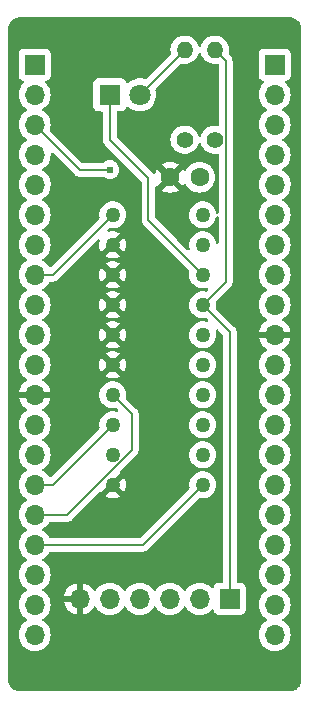
<source format=gbl>
%TF.GenerationSoftware,KiCad,Pcbnew,7.0.5*%
%TF.CreationDate,2023-09-18T23:30:41+09:00*%
%TF.ProjectId,PIC18F47QXX_SD,50494331-3846-4343-9751-58585f53442e,1.1*%
%TF.SameCoordinates,PX60e4b00PY791ddc0*%
%TF.FileFunction,Copper,L2,Bot*%
%TF.FilePolarity,Positive*%
%FSLAX46Y46*%
G04 Gerber Fmt 4.6, Leading zero omitted, Abs format (unit mm)*
G04 Created by KiCad (PCBNEW 7.0.5) date 2023-09-18 23:30:41*
%MOMM*%
%LPD*%
G01*
G04 APERTURE LIST*
%TA.AperFunction,ComponentPad*%
%ADD10C,1.400000*%
%TD*%
%TA.AperFunction,ComponentPad*%
%ADD11O,1.400000X1.400000*%
%TD*%
%TA.AperFunction,ComponentPad*%
%ADD12C,1.600000*%
%TD*%
%TA.AperFunction,ComponentPad*%
%ADD13R,1.800000X1.800000*%
%TD*%
%TA.AperFunction,ComponentPad*%
%ADD14C,1.800000*%
%TD*%
%TA.AperFunction,ComponentPad*%
%ADD15C,1.270000*%
%TD*%
%TA.AperFunction,ComponentPad*%
%ADD16R,1.700000X1.700000*%
%TD*%
%TA.AperFunction,ComponentPad*%
%ADD17O,1.700000X1.700000*%
%TD*%
%TA.AperFunction,ViaPad*%
%ADD18C,0.605000*%
%TD*%
%TA.AperFunction,Conductor*%
%ADD19C,0.152400*%
%TD*%
G04 APERTURE END LIST*
D10*
X17780000Y46990000D03*
D11*
X17780000Y54610000D03*
D12*
X14000000Y43820000D03*
X16500000Y43820000D03*
D13*
X8890000Y50800000D03*
D14*
X11430000Y50800000D03*
D10*
X15240000Y46990000D03*
D11*
X15240000Y54610000D03*
D15*
X9144000Y40640000D03*
X9144000Y38100000D03*
X9144000Y35560000D03*
X9144000Y33020000D03*
X9144000Y30480000D03*
X9144000Y27940000D03*
X9144000Y25400000D03*
X9144000Y22860000D03*
X9144000Y20320000D03*
X9144000Y17780000D03*
X16764000Y17780000D03*
X16764000Y20320000D03*
X16764000Y22860000D03*
X16764000Y25400000D03*
X16764000Y27940000D03*
X16764000Y30480000D03*
X16764000Y33020000D03*
X16764000Y35560000D03*
X16764000Y38100000D03*
X16764000Y40640000D03*
D16*
X19050000Y8128000D03*
D17*
X16510000Y8128000D03*
X13970000Y8128000D03*
X11430000Y8128000D03*
X8890000Y8128000D03*
X6350000Y8128000D03*
D16*
X2540000Y53340000D03*
D17*
X2540000Y50800000D03*
X2540000Y48260000D03*
X2540000Y45720000D03*
X2540000Y43180000D03*
X2540000Y40640000D03*
X2540000Y38100000D03*
X2540000Y35560000D03*
X2540000Y33020000D03*
X2540000Y30480000D03*
X2540000Y27940000D03*
X2540000Y25400000D03*
X2540000Y22860000D03*
X2540000Y20320000D03*
X2540000Y17780000D03*
X2540000Y15240000D03*
X2540000Y12700000D03*
X2540000Y10160000D03*
X2540000Y7620000D03*
X2540000Y5080000D03*
D16*
X22860000Y53340000D03*
D17*
X22860000Y50800000D03*
X22860000Y48260000D03*
X22860000Y45720000D03*
X22860000Y43180000D03*
X22860000Y40640000D03*
X22860000Y38100000D03*
X22860000Y35560000D03*
X22860000Y33020000D03*
X22860000Y30480000D03*
X22860000Y27940000D03*
X22860000Y25400000D03*
X22860000Y22860000D03*
X22860000Y20320000D03*
X22860000Y17780000D03*
X22860000Y15240000D03*
X22860000Y12700000D03*
X22860000Y10160000D03*
X22860000Y7620000D03*
X22860000Y5080000D03*
D18*
X19761200Y38100000D03*
X20320000Y48260000D03*
X12700000Y12065000D03*
X10064455Y43084455D03*
X8890000Y11430000D03*
X6350000Y54610000D03*
X12700000Y22860000D03*
X8890000Y15240000D03*
X20320000Y15240000D03*
X5080000Y38100000D03*
X10160000Y54610000D03*
X12700000Y19050000D03*
X5080000Y43180000D03*
X15240000Y29210000D03*
X20320000Y53340000D03*
X12700000Y15240000D03*
X20320000Y25400000D03*
X20320000Y32090000D03*
X15240000Y26670000D03*
X17780000Y11430000D03*
X11430000Y26670000D03*
X15240000Y21590000D03*
X2540000Y2540000D03*
X20320000Y20320000D03*
X5080000Y33020000D03*
X8890000Y2540000D03*
X20320000Y11430000D03*
X11430000Y33020000D03*
X6350000Y46990000D03*
X20320000Y2540000D03*
X12446000Y38100000D03*
X20320000Y43180000D03*
X4630000Y26410000D03*
X8890000Y44450000D03*
D19*
X8890000Y50800000D02*
X8890000Y46990000D01*
X12170000Y40154000D02*
X12170000Y43710000D01*
X12170000Y43710000D02*
X8890000Y46990000D01*
X16764000Y35560000D02*
X12170000Y40154000D01*
X9144000Y40640000D02*
X4064000Y35560000D01*
X4064000Y35560000D02*
X2540000Y35560000D01*
X9144000Y25400000D02*
X10760000Y23784000D01*
X5285315Y15240000D02*
X10760000Y20714685D01*
X2540000Y15240000D02*
X5285315Y15240000D01*
X10760000Y23784000D02*
X10760000Y20714685D01*
X11430000Y50800000D02*
X15240000Y54610000D01*
X4064000Y17780000D02*
X9144000Y22860000D01*
X2540000Y17780000D02*
X4064000Y17780000D01*
X2540000Y12700000D02*
X11684000Y12700000D01*
X11684000Y12700000D02*
X16764000Y17780000D01*
X8890000Y44450000D02*
X6350000Y44450000D01*
X6350000Y44450000D02*
X2540000Y48260000D01*
X19050000Y8128000D02*
X19050000Y30734000D01*
X18708600Y34964600D02*
X16764000Y33020000D01*
X19050000Y30734000D02*
X16764000Y33020000D01*
X18708600Y53681400D02*
X18708600Y34964600D01*
X17780000Y54610000D02*
X18708600Y53681400D01*
%TA.AperFunction,Conductor*%
G36*
X16560562Y54346917D02*
G01*
X16613749Y54301607D01*
X16629266Y54267628D01*
X16655769Y54174477D01*
X16655775Y54174462D01*
X16754938Y53975317D01*
X16754943Y53975309D01*
X16889020Y53797762D01*
X17053437Y53647877D01*
X17053439Y53647875D01*
X17242595Y53530755D01*
X17242596Y53530755D01*
X17242599Y53530753D01*
X17450060Y53450382D01*
X17668757Y53409500D01*
X17668759Y53409500D01*
X17891242Y53409500D01*
X17891243Y53409500D01*
X17985114Y53427048D01*
X18054629Y53420018D01*
X18109308Y53376521D01*
X18131791Y53310368D01*
X18131900Y53305160D01*
X18131900Y48294841D01*
X18112215Y48227802D01*
X18059411Y48182047D01*
X17990253Y48172103D01*
X17985115Y48172952D01*
X17891243Y48190500D01*
X17668757Y48190500D01*
X17450060Y48149618D01*
X17318864Y48098793D01*
X17242601Y48069248D01*
X17242595Y48069246D01*
X17053439Y47952126D01*
X17053437Y47952124D01*
X16889020Y47802239D01*
X16754943Y47624692D01*
X16754938Y47624684D01*
X16655775Y47425539D01*
X16655769Y47425524D01*
X16629266Y47332373D01*
X16591987Y47273279D01*
X16528677Y47243722D01*
X16459438Y47253084D01*
X16406251Y47298394D01*
X16390734Y47332373D01*
X16374736Y47388599D01*
X16364229Y47425528D01*
X16364224Y47425539D01*
X16265061Y47624684D01*
X16265056Y47624692D01*
X16130979Y47802239D01*
X15966562Y47952124D01*
X15966560Y47952126D01*
X15777404Y48069246D01*
X15777398Y48069248D01*
X15569940Y48149618D01*
X15351243Y48190500D01*
X15128757Y48190500D01*
X14910060Y48149618D01*
X14778864Y48098793D01*
X14702601Y48069248D01*
X14702595Y48069246D01*
X14513439Y47952126D01*
X14513437Y47952124D01*
X14349020Y47802239D01*
X14214943Y47624692D01*
X14214938Y47624684D01*
X14115775Y47425539D01*
X14115769Y47425524D01*
X14054885Y47211538D01*
X14054884Y47211536D01*
X14034357Y46990001D01*
X14034357Y46990000D01*
X14054884Y46768465D01*
X14054885Y46768463D01*
X14115769Y46554477D01*
X14115775Y46554462D01*
X14214938Y46355317D01*
X14214943Y46355309D01*
X14349020Y46177762D01*
X14513437Y46027877D01*
X14513439Y46027875D01*
X14702595Y45910755D01*
X14702596Y45910755D01*
X14702599Y45910753D01*
X14910060Y45830382D01*
X15128757Y45789500D01*
X15128759Y45789500D01*
X15351241Y45789500D01*
X15351243Y45789500D01*
X15569940Y45830382D01*
X15777401Y45910753D01*
X15966562Y46027876D01*
X16106282Y46155249D01*
X16130979Y46177762D01*
X16135436Y46183663D01*
X16265058Y46355311D01*
X16364229Y46554472D01*
X16390734Y46647629D01*
X16428013Y46706722D01*
X16491323Y46736279D01*
X16560562Y46726917D01*
X16613749Y46681607D01*
X16629266Y46647628D01*
X16655769Y46554477D01*
X16655775Y46554462D01*
X16754938Y46355317D01*
X16754943Y46355309D01*
X16889020Y46177762D01*
X17053437Y46027877D01*
X17053439Y46027875D01*
X17242595Y45910755D01*
X17242596Y45910755D01*
X17242599Y45910753D01*
X17450060Y45830382D01*
X17668757Y45789500D01*
X17668759Y45789500D01*
X17891242Y45789500D01*
X17891243Y45789500D01*
X17985114Y45807048D01*
X18054629Y45800018D01*
X18109308Y45756521D01*
X18131791Y45690368D01*
X18131900Y45685160D01*
X18131900Y40866585D01*
X18112215Y40799546D01*
X18059411Y40753791D01*
X17990253Y40743847D01*
X17926697Y40772872D01*
X17888923Y40831650D01*
X17886554Y40844008D01*
X17886002Y40843904D01*
X17884949Y40849534D01*
X17884948Y40849538D01*
X17884948Y40849542D01*
X17827359Y41051947D01*
X17733558Y41240325D01*
X17606740Y41408259D01*
X17451223Y41550031D01*
X17451221Y41550033D01*
X17272307Y41660812D01*
X17272301Y41660815D01*
X17117648Y41720727D01*
X17076076Y41736832D01*
X16869220Y41775500D01*
X16658780Y41775500D01*
X16451924Y41736832D01*
X16451921Y41736832D01*
X16451921Y41736831D01*
X16255698Y41660815D01*
X16255692Y41660812D01*
X16076778Y41550033D01*
X16076776Y41550031D01*
X15921261Y41408261D01*
X15794442Y41240326D01*
X15700642Y41051951D01*
X15700640Y41051947D01*
X15700641Y41051947D01*
X15650412Y40875408D01*
X15643051Y40849538D01*
X15623634Y40640001D01*
X15623634Y40640000D01*
X15643051Y40430463D01*
X15643051Y40430461D01*
X15643052Y40430458D01*
X15700641Y40228053D01*
X15700642Y40228050D01*
X15794442Y40039675D01*
X15921261Y39871740D01*
X16076776Y39729970D01*
X16076778Y39729968D01*
X16255692Y39619189D01*
X16255698Y39619186D01*
X16297268Y39603082D01*
X16451924Y39543168D01*
X16658780Y39504500D01*
X16658782Y39504500D01*
X16869218Y39504500D01*
X16869220Y39504500D01*
X17076076Y39543168D01*
X17272304Y39619187D01*
X17451223Y39729969D01*
X17606740Y39871741D01*
X17733558Y40039675D01*
X17827359Y40228053D01*
X17884948Y40430458D01*
X17884949Y40430467D01*
X17886002Y40436096D01*
X17888693Y40435593D01*
X17910210Y40489788D01*
X17967007Y40530479D01*
X18036788Y40534004D01*
X18097397Y40499243D01*
X18129591Y40437233D01*
X18131900Y40413416D01*
X18131900Y38326585D01*
X18112215Y38259546D01*
X18059411Y38213791D01*
X17990253Y38203847D01*
X17926697Y38232872D01*
X17888923Y38291650D01*
X17886554Y38304008D01*
X17886002Y38303904D01*
X17884949Y38309534D01*
X17884948Y38309538D01*
X17884948Y38309542D01*
X17827359Y38511947D01*
X17733558Y38700325D01*
X17606740Y38868259D01*
X17451223Y39010031D01*
X17451221Y39010033D01*
X17272307Y39120812D01*
X17272301Y39120815D01*
X17117648Y39180727D01*
X17076076Y39196832D01*
X16869220Y39235500D01*
X16658780Y39235500D01*
X16451924Y39196832D01*
X16451921Y39196832D01*
X16451921Y39196831D01*
X16255698Y39120815D01*
X16255692Y39120812D01*
X16076778Y39010033D01*
X16076776Y39010031D01*
X15921261Y38868261D01*
X15794442Y38700326D01*
X15700642Y38511951D01*
X15681427Y38444418D01*
X15643544Y38311269D01*
X15643051Y38309538D01*
X15623634Y38100001D01*
X15623634Y38100000D01*
X15643051Y37890461D01*
X15669048Y37799091D01*
X15668460Y37729224D01*
X15630193Y37670766D01*
X15566396Y37642276D01*
X15497323Y37652801D01*
X15462100Y37677477D01*
X14616324Y38523253D01*
X12783016Y40356562D01*
X12749533Y40417882D01*
X12746700Y40444231D01*
X12746700Y42974454D01*
X12766385Y43041494D01*
X12819189Y43087248D01*
X12881509Y43097982D01*
X12920974Y43094529D01*
X13602046Y43775601D01*
X13614835Y43694852D01*
X13672359Y43581955D01*
X13761955Y43492359D01*
X13874852Y43434835D01*
X13955599Y43422047D01*
X13274526Y42740975D01*
X13274526Y42740974D01*
X13347512Y42689869D01*
X13347516Y42689867D01*
X13553673Y42593735D01*
X13553682Y42593731D01*
X13773389Y42534861D01*
X13773400Y42534859D01*
X13999998Y42515034D01*
X14000002Y42515034D01*
X14226599Y42534859D01*
X14226610Y42534861D01*
X14446317Y42593731D01*
X14446331Y42593736D01*
X14652478Y42689864D01*
X14725472Y42740975D01*
X14044401Y43422047D01*
X14125148Y43434835D01*
X14238045Y43492359D01*
X14327641Y43581955D01*
X14385165Y43694852D01*
X14397953Y43775600D01*
X15079025Y43094528D01*
X15130134Y43167519D01*
X15137340Y43182972D01*
X15183511Y43235413D01*
X15250704Y43254567D01*
X15317585Y43234354D01*
X15362105Y43182978D01*
X15369430Y43167270D01*
X15369432Y43167266D01*
X15499954Y42980859D01*
X15660858Y42819955D01*
X15660861Y42819953D01*
X15847266Y42689432D01*
X16053504Y42593261D01*
X16273308Y42534365D01*
X16435230Y42520199D01*
X16499998Y42514532D01*
X16500000Y42514532D01*
X16500002Y42514532D01*
X16556673Y42519491D01*
X16726692Y42534365D01*
X16946496Y42593261D01*
X17152734Y42689432D01*
X17339139Y42819953D01*
X17500047Y42980861D01*
X17630568Y43167266D01*
X17726739Y43373504D01*
X17785635Y43593308D01*
X17802634Y43787616D01*
X17805468Y43819999D01*
X17805468Y43820002D01*
X17794519Y43945148D01*
X17785635Y44046692D01*
X17726739Y44266496D01*
X17630568Y44472734D01*
X17500047Y44659139D01*
X17500045Y44659142D01*
X17339141Y44820046D01*
X17152734Y44950568D01*
X17152732Y44950569D01*
X16946497Y45046739D01*
X16946488Y45046742D01*
X16726697Y45105634D01*
X16726693Y45105635D01*
X16726692Y45105635D01*
X16726691Y45105636D01*
X16726686Y45105636D01*
X16500002Y45125468D01*
X16499998Y45125468D01*
X16273313Y45105636D01*
X16273302Y45105634D01*
X16053511Y45046742D01*
X16053502Y45046739D01*
X15847267Y44950569D01*
X15847265Y44950568D01*
X15660858Y44820046D01*
X15499954Y44659142D01*
X15369432Y44472735D01*
X15369430Y44472731D01*
X15362105Y44457022D01*
X15315931Y44404583D01*
X15248737Y44385433D01*
X15181857Y44405650D01*
X15137341Y44457026D01*
X15130132Y44472485D01*
X15130131Y44472488D01*
X15079026Y44545474D01*
X15079025Y44545474D01*
X14397953Y43864402D01*
X14385165Y43945148D01*
X14327641Y44058045D01*
X14238045Y44147641D01*
X14125148Y44205165D01*
X14044400Y44217954D01*
X14725472Y44899026D01*
X14725471Y44899027D01*
X14652483Y44950134D01*
X14652481Y44950135D01*
X14446326Y45046266D01*
X14446317Y45046270D01*
X14226610Y45105140D01*
X14226599Y45105142D01*
X14000002Y45124966D01*
X13999998Y45124966D01*
X13773400Y45105142D01*
X13773389Y45105140D01*
X13553682Y45046270D01*
X13553673Y45046266D01*
X13347513Y44950132D01*
X13274527Y44899028D01*
X13274526Y44899027D01*
X13955600Y44217954D01*
X13874852Y44205165D01*
X13761955Y44147641D01*
X13672359Y44058045D01*
X13614835Y43945148D01*
X13602046Y43864401D01*
X12920973Y44545474D01*
X12920972Y44545473D01*
X12869868Y44472487D01*
X12773734Y44266327D01*
X12773731Y44266320D01*
X12756717Y44202822D01*
X12720351Y44143162D01*
X12657504Y44112633D01*
X12588129Y44120928D01*
X12561451Y44136544D01*
X12554281Y44142046D01*
X12548187Y44147390D01*
X9503018Y47192559D01*
X9469533Y47253882D01*
X9466699Y47280240D01*
X9466700Y49275501D01*
X9486385Y49342541D01*
X9539189Y49388295D01*
X9590700Y49399501D01*
X9837871Y49399501D01*
X9837872Y49399501D01*
X9897483Y49405909D01*
X10032331Y49456204D01*
X10147546Y49542454D01*
X10233796Y49657669D01*
X10262454Y49734507D01*
X10304326Y49790441D01*
X10369790Y49814859D01*
X10438063Y49800008D01*
X10469866Y49775157D01*
X10477302Y49767080D01*
X10478215Y49766088D01*
X10478222Y49766082D01*
X10661365Y49623536D01*
X10661371Y49623532D01*
X10661374Y49623530D01*
X10865497Y49513064D01*
X10953065Y49483002D01*
X11085015Y49437703D01*
X11085017Y49437703D01*
X11085019Y49437702D01*
X11313951Y49399500D01*
X11313952Y49399500D01*
X11546048Y49399500D01*
X11546049Y49399500D01*
X11774981Y49437702D01*
X11994503Y49513064D01*
X12198626Y49623530D01*
X12208963Y49631575D01*
X12260129Y49671400D01*
X12381784Y49766087D01*
X12538979Y49936847D01*
X12665924Y50131151D01*
X12759157Y50343700D01*
X12816134Y50568695D01*
X12835300Y50800000D01*
X12835300Y50800001D01*
X12835300Y50800007D01*
X12816135Y51031298D01*
X12816131Y51031318D01*
X12764879Y51233706D01*
X12767503Y51303527D01*
X12797401Y51351826D01*
X14851963Y53406388D01*
X14913284Y53439871D01*
X14962421Y53440594D01*
X15128757Y53409500D01*
X15128760Y53409500D01*
X15351241Y53409500D01*
X15351243Y53409500D01*
X15569940Y53450382D01*
X15777401Y53530753D01*
X15966562Y53647876D01*
X16130981Y53797764D01*
X16265058Y53975311D01*
X16364229Y54174472D01*
X16390734Y54267629D01*
X16428013Y54326722D01*
X16491323Y54356279D01*
X16560562Y54346917D01*
G37*
%TD.AperFunction*%
%TA.AperFunction,Conductor*%
G36*
X24132694Y57357265D02*
G01*
X24287546Y57343717D01*
X24308823Y57339966D01*
X24451111Y57301840D01*
X24471420Y57294447D01*
X24604914Y57232198D01*
X24623633Y57221391D01*
X24744299Y57136900D01*
X24760857Y57123006D01*
X24865005Y57018858D01*
X24878899Y57002300D01*
X24963390Y56881634D01*
X24974197Y56862915D01*
X25036446Y56729421D01*
X25043839Y56709111D01*
X25081963Y56566831D01*
X25085716Y56545545D01*
X25099264Y56390700D01*
X25099500Y56385294D01*
X25099500Y1272707D01*
X25099264Y1267301D01*
X25085716Y1112456D01*
X25081963Y1091170D01*
X25043839Y948890D01*
X25036446Y928580D01*
X24974197Y795086D01*
X24963390Y776367D01*
X24878899Y655701D01*
X24865005Y639143D01*
X24760857Y534995D01*
X24744299Y521101D01*
X24623633Y436610D01*
X24604914Y425803D01*
X24471420Y363554D01*
X24451110Y356161D01*
X24308830Y318037D01*
X24287544Y314284D01*
X24175205Y304455D01*
X24132694Y300736D01*
X24127294Y300500D01*
X1272706Y300500D01*
X1267305Y300736D01*
X1219615Y304909D01*
X1112455Y314284D01*
X1091169Y318037D01*
X948889Y356161D01*
X928579Y363554D01*
X795085Y425803D01*
X776366Y436610D01*
X655700Y521101D01*
X639142Y534995D01*
X534994Y639143D01*
X521100Y655701D01*
X436609Y776367D01*
X425802Y795086D01*
X363553Y928580D01*
X356160Y948890D01*
X318034Y1091177D01*
X314283Y1112457D01*
X300736Y1267301D01*
X300500Y1272707D01*
X300500Y5080000D01*
X1184341Y5080000D01*
X1204936Y4844597D01*
X1204938Y4844587D01*
X1266094Y4616345D01*
X1266096Y4616341D01*
X1266097Y4616337D01*
X1365965Y4402171D01*
X1365965Y4402170D01*
X1365967Y4402166D01*
X1474281Y4247479D01*
X1501505Y4208599D01*
X1668599Y4041505D01*
X1765384Y3973736D01*
X1862165Y3905968D01*
X1862167Y3905967D01*
X1862170Y3905965D01*
X2076337Y3806097D01*
X2304592Y3744937D01*
X2492918Y3728461D01*
X2539999Y3724341D01*
X2540000Y3724341D01*
X2540001Y3724341D01*
X2579234Y3727774D01*
X2775408Y3744937D01*
X3003663Y3806097D01*
X3217830Y3905965D01*
X3411401Y4041505D01*
X3578495Y4208599D01*
X3714035Y4402170D01*
X3813903Y4616337D01*
X3875063Y4844592D01*
X3895659Y5080000D01*
X21504341Y5080000D01*
X21524936Y4844597D01*
X21524938Y4844587D01*
X21586094Y4616345D01*
X21586096Y4616341D01*
X21586097Y4616337D01*
X21685965Y4402171D01*
X21685965Y4402170D01*
X21685967Y4402166D01*
X21794281Y4247479D01*
X21821505Y4208599D01*
X21988599Y4041505D01*
X22085384Y3973735D01*
X22182165Y3905968D01*
X22182167Y3905967D01*
X22182170Y3905965D01*
X22396337Y3806097D01*
X22624592Y3744937D01*
X22812918Y3728461D01*
X22859999Y3724341D01*
X22860000Y3724341D01*
X22860001Y3724341D01*
X22899234Y3727774D01*
X23095408Y3744937D01*
X23323663Y3806097D01*
X23537830Y3905965D01*
X23731401Y4041505D01*
X23898495Y4208599D01*
X24034035Y4402170D01*
X24133903Y4616337D01*
X24195063Y4844592D01*
X24215659Y5080000D01*
X24195063Y5315408D01*
X24133903Y5543663D01*
X24034035Y5757829D01*
X23898495Y5951401D01*
X23898494Y5951403D01*
X23731402Y6118494D01*
X23731401Y6118495D01*
X23545842Y6248425D01*
X23545841Y6248426D01*
X23502216Y6303003D01*
X23495024Y6372502D01*
X23526546Y6434856D01*
X23545836Y6451572D01*
X23731401Y6581505D01*
X23898495Y6748599D01*
X24034035Y6942170D01*
X24133903Y7156337D01*
X24195063Y7384592D01*
X24215659Y7620000D01*
X24195063Y7855408D01*
X24148626Y8028715D01*
X24133905Y8083656D01*
X24133904Y8083657D01*
X24133903Y8083663D01*
X24034035Y8297829D01*
X24006017Y8337844D01*
X23898494Y8491403D01*
X23731402Y8658494D01*
X23731396Y8658499D01*
X23545842Y8788425D01*
X23502217Y8843002D01*
X23495023Y8912500D01*
X23526546Y8974855D01*
X23545842Y8991575D01*
X23604980Y9032984D01*
X23731401Y9121505D01*
X23898495Y9288599D01*
X24034035Y9482170D01*
X24133903Y9696337D01*
X24195063Y9924592D01*
X24215659Y10160000D01*
X24195063Y10395408D01*
X24133903Y10623663D01*
X24034035Y10837829D01*
X23898495Y11031401D01*
X23898494Y11031403D01*
X23731402Y11198494D01*
X23731401Y11198495D01*
X23545842Y11328425D01*
X23545841Y11328426D01*
X23502216Y11383003D01*
X23495024Y11452502D01*
X23526546Y11514856D01*
X23545836Y11531572D01*
X23731401Y11661505D01*
X23898495Y11828599D01*
X24034035Y12022170D01*
X24133903Y12236337D01*
X24195063Y12464592D01*
X24215659Y12700000D01*
X24195063Y12935408D01*
X24133903Y13163663D01*
X24034035Y13377829D01*
X23898495Y13571401D01*
X23898494Y13571403D01*
X23731402Y13738494D01*
X23731396Y13738499D01*
X23545842Y13868425D01*
X23502217Y13923002D01*
X23495023Y13992500D01*
X23526546Y14054855D01*
X23545842Y14071575D01*
X23568026Y14087109D01*
X23731401Y14201505D01*
X23898495Y14368599D01*
X24034035Y14562170D01*
X24133903Y14776337D01*
X24195063Y15004592D01*
X24215659Y15240000D01*
X24195063Y15475408D01*
X24133903Y15703663D01*
X24034035Y15917829D01*
X23898495Y16111401D01*
X23898494Y16111403D01*
X23731402Y16278494D01*
X23731401Y16278495D01*
X23545842Y16408425D01*
X23545841Y16408426D01*
X23502216Y16463003D01*
X23495024Y16532502D01*
X23526546Y16594856D01*
X23545836Y16611572D01*
X23731401Y16741505D01*
X23898495Y16908599D01*
X24034035Y17102170D01*
X24133903Y17316337D01*
X24195063Y17544592D01*
X24215659Y17780000D01*
X24195063Y18015408D01*
X24133903Y18243663D01*
X24034035Y18457829D01*
X23970715Y18548261D01*
X23898494Y18651403D01*
X23731402Y18818494D01*
X23731396Y18818499D01*
X23545842Y18948425D01*
X23502217Y19003002D01*
X23495023Y19072500D01*
X23526546Y19134855D01*
X23545842Y19151575D01*
X23648090Y19223170D01*
X23731401Y19281505D01*
X23898495Y19448599D01*
X24034035Y19642170D01*
X24133903Y19856337D01*
X24195063Y20084592D01*
X24215659Y20320000D01*
X24195063Y20555408D01*
X24133903Y20783663D01*
X24034035Y20997829D01*
X23985485Y21067167D01*
X23898494Y21191403D01*
X23731402Y21358494D01*
X23731401Y21358495D01*
X23545842Y21488425D01*
X23545841Y21488426D01*
X23502216Y21543003D01*
X23495024Y21612502D01*
X23526546Y21674856D01*
X23545836Y21691572D01*
X23731401Y21821505D01*
X23898495Y21988599D01*
X24034035Y22182170D01*
X24133903Y22396337D01*
X24195063Y22624592D01*
X24215659Y22860000D01*
X24195063Y23095408D01*
X24147759Y23271951D01*
X24133905Y23323656D01*
X24133904Y23323657D01*
X24133903Y23323663D01*
X24034035Y23537829D01*
X23970715Y23628261D01*
X23898494Y23731403D01*
X23731402Y23898494D01*
X23731396Y23898499D01*
X23545842Y24028425D01*
X23502217Y24083002D01*
X23495023Y24152500D01*
X23526546Y24214855D01*
X23545842Y24231575D01*
X23648090Y24303170D01*
X23731401Y24361505D01*
X23898495Y24528599D01*
X24034035Y24722170D01*
X24133903Y24936337D01*
X24195063Y25164592D01*
X24215659Y25400000D01*
X24195063Y25635408D01*
X24133903Y25863663D01*
X24034035Y26077829D01*
X23970715Y26168261D01*
X23898494Y26271403D01*
X23731402Y26438494D01*
X23731401Y26438495D01*
X23592864Y26535500D01*
X23545841Y26568426D01*
X23502216Y26623003D01*
X23495024Y26692502D01*
X23526546Y26754856D01*
X23545836Y26771572D01*
X23731401Y26901505D01*
X23898495Y27068599D01*
X24034035Y27262170D01*
X24133903Y27476337D01*
X24195063Y27704592D01*
X24215659Y27940000D01*
X24195063Y28175408D01*
X24133903Y28403663D01*
X24034035Y28617829D01*
X23970715Y28708261D01*
X23898494Y28811403D01*
X23731402Y28978494D01*
X23731401Y28978495D01*
X23545405Y29108731D01*
X23501781Y29163308D01*
X23494588Y29232807D01*
X23526110Y29295161D01*
X23545405Y29311881D01*
X23731082Y29441895D01*
X23898105Y29608918D01*
X24033600Y29802422D01*
X24133429Y30016508D01*
X24133432Y30016514D01*
X24190636Y30230000D01*
X23293686Y30230000D01*
X23319493Y30270156D01*
X23360000Y30408111D01*
X23360000Y30551889D01*
X23319493Y30689844D01*
X23293686Y30730000D01*
X24190636Y30730000D01*
X24190635Y30730001D01*
X24133432Y30943487D01*
X24133429Y30943493D01*
X24033600Y31157578D01*
X24033599Y31157580D01*
X23898113Y31351074D01*
X23898108Y31351080D01*
X23731078Y31518110D01*
X23545405Y31648121D01*
X23501780Y31702698D01*
X23494588Y31772196D01*
X23526110Y31834551D01*
X23545406Y31851270D01*
X23575150Y31872097D01*
X23731401Y31981505D01*
X23898495Y32148599D01*
X24034035Y32342170D01*
X24133903Y32556337D01*
X24195063Y32784592D01*
X24215659Y33020000D01*
X24195063Y33255408D01*
X24133903Y33483663D01*
X24034035Y33697829D01*
X23970715Y33788261D01*
X23898494Y33891403D01*
X23731402Y34058494D01*
X23731396Y34058499D01*
X23545842Y34188425D01*
X23502217Y34243002D01*
X23495023Y34312500D01*
X23526546Y34374855D01*
X23545842Y34391575D01*
X23636563Y34455099D01*
X23731401Y34521505D01*
X23898495Y34688599D01*
X24034035Y34882170D01*
X24133903Y35096337D01*
X24195063Y35324592D01*
X24215659Y35560000D01*
X24195063Y35795408D01*
X24133903Y36023663D01*
X24034035Y36237829D01*
X23970715Y36328261D01*
X23898494Y36431403D01*
X23731402Y36598494D01*
X23731401Y36598495D01*
X23592864Y36695500D01*
X23545841Y36728426D01*
X23502216Y36783003D01*
X23495024Y36852502D01*
X23526546Y36914856D01*
X23545836Y36931572D01*
X23731401Y37061505D01*
X23898495Y37228599D01*
X24034035Y37422170D01*
X24133903Y37636337D01*
X24195063Y37864592D01*
X24215659Y38100000D01*
X24195063Y38335408D01*
X24133903Y38563663D01*
X24034035Y38777829D01*
X23970715Y38868261D01*
X23898494Y38971403D01*
X23731402Y39138494D01*
X23731396Y39138499D01*
X23545842Y39268425D01*
X23502217Y39323002D01*
X23495023Y39392500D01*
X23526546Y39454855D01*
X23545842Y39471575D01*
X23648090Y39543170D01*
X23731401Y39601505D01*
X23898495Y39768599D01*
X24034035Y39962170D01*
X24133903Y40176337D01*
X24195063Y40404592D01*
X24215659Y40640000D01*
X24195063Y40875408D01*
X24133903Y41103663D01*
X24034035Y41317829D01*
X23970715Y41408261D01*
X23898494Y41511403D01*
X23731402Y41678494D01*
X23731401Y41678495D01*
X23545842Y41808425D01*
X23545841Y41808426D01*
X23502216Y41863003D01*
X23495024Y41932502D01*
X23526546Y41994856D01*
X23545836Y42011572D01*
X23731401Y42141505D01*
X23898495Y42308599D01*
X24034035Y42502170D01*
X24133903Y42716337D01*
X24195063Y42944592D01*
X24215659Y43180000D01*
X24215398Y43182978D01*
X24198729Y43373504D01*
X24195063Y43415408D01*
X24133903Y43643663D01*
X24034035Y43857829D01*
X24032131Y43860549D01*
X23898494Y44051403D01*
X23731402Y44218494D01*
X23731396Y44218499D01*
X23545842Y44348425D01*
X23502217Y44403002D01*
X23495023Y44472500D01*
X23526546Y44534855D01*
X23545842Y44551575D01*
X23568026Y44567109D01*
X23731401Y44681505D01*
X23898495Y44848599D01*
X24034035Y45042170D01*
X24133903Y45256337D01*
X24195063Y45484592D01*
X24215659Y45720000D01*
X24195063Y45955408D01*
X24148626Y46128715D01*
X24133905Y46183656D01*
X24133904Y46183657D01*
X24133903Y46183663D01*
X24034035Y46397829D01*
X23925658Y46552609D01*
X23898494Y46591403D01*
X23731402Y46758494D01*
X23731401Y46758495D01*
X23545842Y46888425D01*
X23545841Y46888426D01*
X23502216Y46943003D01*
X23495024Y47012502D01*
X23526546Y47074856D01*
X23545836Y47091572D01*
X23731401Y47221505D01*
X23898495Y47388599D01*
X24034035Y47582170D01*
X24133903Y47796337D01*
X24195063Y48024592D01*
X24215659Y48260000D01*
X24195063Y48495408D01*
X24133903Y48723663D01*
X24034035Y48937829D01*
X23898495Y49131401D01*
X23898494Y49131403D01*
X23731402Y49298494D01*
X23731396Y49298499D01*
X23545842Y49428425D01*
X23502217Y49483002D01*
X23495023Y49552500D01*
X23526546Y49614855D01*
X23545842Y49631575D01*
X23583115Y49657674D01*
X23731401Y49761505D01*
X23898495Y49928599D01*
X24034035Y50122170D01*
X24133903Y50336337D01*
X24195063Y50564592D01*
X24215659Y50800000D01*
X24195063Y51035408D01*
X24133903Y51263663D01*
X24034035Y51477829D01*
X23904270Y51663153D01*
X23898496Y51671400D01*
X23898496Y51671401D01*
X23776567Y51793329D01*
X23743084Y51854649D01*
X23748068Y51924341D01*
X23789939Y51980275D01*
X23820915Y51997190D01*
X23952331Y52046204D01*
X24067546Y52132454D01*
X24153796Y52247669D01*
X24204091Y52382517D01*
X24210500Y52442127D01*
X24210499Y54237872D01*
X24204091Y54297483D01*
X24185653Y54346917D01*
X24153797Y54432329D01*
X24153793Y54432336D01*
X24067547Y54547545D01*
X24067544Y54547548D01*
X23952335Y54633794D01*
X23952328Y54633798D01*
X23817482Y54684092D01*
X23817483Y54684092D01*
X23757883Y54690499D01*
X23757881Y54690500D01*
X23757873Y54690500D01*
X23757864Y54690500D01*
X21962129Y54690500D01*
X21962123Y54690499D01*
X21902516Y54684092D01*
X21767671Y54633798D01*
X21767664Y54633794D01*
X21652455Y54547548D01*
X21652452Y54547545D01*
X21566206Y54432336D01*
X21566202Y54432329D01*
X21515908Y54297483D01*
X21512699Y54267628D01*
X21509501Y54237877D01*
X21509500Y54237865D01*
X21509500Y52442130D01*
X21509501Y52442124D01*
X21515908Y52382517D01*
X21566202Y52247672D01*
X21566206Y52247665D01*
X21652452Y52132456D01*
X21652455Y52132453D01*
X21767664Y52046207D01*
X21767671Y52046203D01*
X21899081Y51997190D01*
X21955015Y51955319D01*
X21979432Y51889855D01*
X21964580Y51821582D01*
X21943430Y51793327D01*
X21821503Y51671400D01*
X21685965Y51477831D01*
X21685964Y51477829D01*
X21586098Y51263665D01*
X21586094Y51263656D01*
X21524938Y51035414D01*
X21524936Y51035404D01*
X21504341Y50800001D01*
X21504341Y50800000D01*
X21524936Y50564597D01*
X21524938Y50564587D01*
X21586094Y50336345D01*
X21586096Y50336341D01*
X21586097Y50336337D01*
X21681777Y50131152D01*
X21685965Y50122170D01*
X21685967Y50122166D01*
X21783018Y49983564D01*
X21815725Y49936853D01*
X21821501Y49928605D01*
X21821506Y49928598D01*
X21988597Y49761507D01*
X21988603Y49761502D01*
X22174158Y49631575D01*
X22217783Y49576998D01*
X22224977Y49507500D01*
X22193454Y49445145D01*
X22174158Y49428425D01*
X21988597Y49298495D01*
X21821505Y49131403D01*
X21685965Y48937831D01*
X21685964Y48937829D01*
X21586098Y48723665D01*
X21586094Y48723656D01*
X21524938Y48495414D01*
X21524936Y48495404D01*
X21504341Y48260001D01*
X21504341Y48260000D01*
X21524936Y48024597D01*
X21524938Y48024587D01*
X21586094Y47796345D01*
X21586096Y47796341D01*
X21586097Y47796337D01*
X21607740Y47749924D01*
X21685965Y47582170D01*
X21685967Y47582166D01*
X21821501Y47388605D01*
X21821506Y47388598D01*
X21988597Y47221507D01*
X21988603Y47221502D01*
X22174158Y47091575D01*
X22217783Y47036998D01*
X22224977Y46967500D01*
X22193454Y46905145D01*
X22174158Y46888425D01*
X21988597Y46758495D01*
X21821505Y46591403D01*
X21685965Y46397831D01*
X21685964Y46397829D01*
X21586098Y46183665D01*
X21586094Y46183656D01*
X21524938Y45955414D01*
X21524936Y45955404D01*
X21504341Y45720001D01*
X21504341Y45720000D01*
X21524936Y45484597D01*
X21524938Y45484587D01*
X21586094Y45256345D01*
X21586096Y45256341D01*
X21586097Y45256337D01*
X21656370Y45105636D01*
X21685965Y45042170D01*
X21685967Y45042166D01*
X21821501Y44848605D01*
X21821506Y44848598D01*
X21988597Y44681507D01*
X21988603Y44681502D01*
X22174158Y44551575D01*
X22217783Y44496998D01*
X22224977Y44427500D01*
X22193454Y44365145D01*
X22174158Y44348425D01*
X21988597Y44218495D01*
X21821505Y44051403D01*
X21685965Y43857831D01*
X21685964Y43857829D01*
X21586098Y43643665D01*
X21586094Y43643656D01*
X21524938Y43415414D01*
X21524936Y43415404D01*
X21504341Y43180001D01*
X21504341Y43180000D01*
X21524936Y42944597D01*
X21524938Y42944587D01*
X21586094Y42716345D01*
X21586096Y42716341D01*
X21586097Y42716337D01*
X21685964Y42502170D01*
X21685965Y42502170D01*
X21685967Y42502166D01*
X21821501Y42308605D01*
X21821506Y42308598D01*
X21988597Y42141507D01*
X21988603Y42141502D01*
X22174158Y42011575D01*
X22217783Y41956998D01*
X22224977Y41887500D01*
X22193454Y41825145D01*
X22174158Y41808425D01*
X21988597Y41678495D01*
X21821505Y41511403D01*
X21685965Y41317831D01*
X21685964Y41317829D01*
X21586098Y41103665D01*
X21586094Y41103656D01*
X21524938Y40875414D01*
X21524936Y40875404D01*
X21504341Y40640001D01*
X21504341Y40640000D01*
X21524936Y40404597D01*
X21524938Y40404587D01*
X21586094Y40176345D01*
X21586096Y40176341D01*
X21586097Y40176337D01*
X21596512Y40154002D01*
X21685965Y39962170D01*
X21685967Y39962166D01*
X21821501Y39768605D01*
X21821506Y39768598D01*
X21988597Y39601507D01*
X21988603Y39601502D01*
X22174158Y39471575D01*
X22217783Y39416998D01*
X22224977Y39347500D01*
X22193454Y39285145D01*
X22174158Y39268425D01*
X21988597Y39138495D01*
X21821505Y38971403D01*
X21685965Y38777831D01*
X21685964Y38777829D01*
X21586098Y38563665D01*
X21586094Y38563656D01*
X21524938Y38335414D01*
X21524936Y38335404D01*
X21504341Y38100001D01*
X21504341Y38100000D01*
X21524936Y37864597D01*
X21524938Y37864587D01*
X21586094Y37636345D01*
X21586096Y37636341D01*
X21586097Y37636337D01*
X21649701Y37499939D01*
X21685965Y37422170D01*
X21685967Y37422166D01*
X21821501Y37228605D01*
X21821506Y37228598D01*
X21988597Y37061507D01*
X21988603Y37061502D01*
X22174158Y36931575D01*
X22217783Y36876998D01*
X22224977Y36807500D01*
X22193454Y36745145D01*
X22174158Y36728425D01*
X21988597Y36598495D01*
X21821505Y36431403D01*
X21685965Y36237831D01*
X21685964Y36237829D01*
X21586098Y36023665D01*
X21586094Y36023656D01*
X21524938Y35795414D01*
X21524936Y35795404D01*
X21504341Y35560001D01*
X21504341Y35560000D01*
X21524936Y35324597D01*
X21524938Y35324587D01*
X21586094Y35096345D01*
X21586096Y35096341D01*
X21586097Y35096337D01*
X21649701Y34959939D01*
X21685965Y34882170D01*
X21685967Y34882166D01*
X21821501Y34688605D01*
X21821506Y34688598D01*
X21988597Y34521507D01*
X21988603Y34521502D01*
X22174158Y34391575D01*
X22217783Y34336998D01*
X22224977Y34267500D01*
X22193454Y34205145D01*
X22174158Y34188425D01*
X21988597Y34058495D01*
X21821505Y33891403D01*
X21685965Y33697831D01*
X21685964Y33697829D01*
X21586098Y33483665D01*
X21586094Y33483656D01*
X21524938Y33255414D01*
X21524936Y33255404D01*
X21504341Y33020001D01*
X21504341Y33020000D01*
X21524936Y32784597D01*
X21524938Y32784587D01*
X21586094Y32556345D01*
X21586096Y32556341D01*
X21586097Y32556337D01*
X21649701Y32419939D01*
X21685965Y32342170D01*
X21685967Y32342166D01*
X21794281Y32187479D01*
X21821505Y32148599D01*
X21988599Y31981505D01*
X22127136Y31884500D01*
X22174594Y31851270D01*
X22218219Y31796693D01*
X22225413Y31727195D01*
X22193890Y31664840D01*
X22174595Y31648120D01*
X21988922Y31518110D01*
X21988920Y31518109D01*
X21821891Y31351080D01*
X21821886Y31351074D01*
X21686400Y31157580D01*
X21686399Y31157578D01*
X21586570Y30943493D01*
X21586567Y30943487D01*
X21529364Y30730001D01*
X21529364Y30730000D01*
X22426314Y30730000D01*
X22400507Y30689844D01*
X22360000Y30551889D01*
X22360000Y30408111D01*
X22400507Y30270156D01*
X22426314Y30230000D01*
X21529364Y30230000D01*
X21586567Y30016514D01*
X21586570Y30016508D01*
X21686399Y29802422D01*
X21821894Y29608918D01*
X21988917Y29441895D01*
X22174595Y29311881D01*
X22218219Y29257304D01*
X22225412Y29187805D01*
X22193890Y29125451D01*
X22174595Y29108731D01*
X21988594Y28978492D01*
X21821505Y28811403D01*
X21685965Y28617831D01*
X21685964Y28617829D01*
X21586098Y28403665D01*
X21586094Y28403656D01*
X21524938Y28175414D01*
X21524936Y28175404D01*
X21504341Y27940001D01*
X21504341Y27940000D01*
X21524936Y27704597D01*
X21524938Y27704587D01*
X21586094Y27476345D01*
X21586096Y27476341D01*
X21586097Y27476337D01*
X21649701Y27339939D01*
X21685965Y27262170D01*
X21685967Y27262166D01*
X21821501Y27068605D01*
X21821506Y27068598D01*
X21988597Y26901507D01*
X21988603Y26901502D01*
X22174158Y26771575D01*
X22217783Y26716998D01*
X22224977Y26647500D01*
X22193454Y26585145D01*
X22174158Y26568425D01*
X21988597Y26438495D01*
X21821505Y26271403D01*
X21685965Y26077831D01*
X21685964Y26077829D01*
X21586098Y25863665D01*
X21586094Y25863656D01*
X21524938Y25635414D01*
X21524936Y25635404D01*
X21504341Y25400001D01*
X21504341Y25400000D01*
X21524936Y25164597D01*
X21524938Y25164587D01*
X21586094Y24936345D01*
X21586096Y24936341D01*
X21586097Y24936337D01*
X21649824Y24799675D01*
X21685965Y24722170D01*
X21685967Y24722166D01*
X21821501Y24528605D01*
X21821506Y24528598D01*
X21988597Y24361507D01*
X21988603Y24361502D01*
X22174158Y24231575D01*
X22217783Y24176998D01*
X22224977Y24107500D01*
X22193454Y24045145D01*
X22174158Y24028425D01*
X21988597Y23898495D01*
X21821505Y23731403D01*
X21685965Y23537831D01*
X21685964Y23537829D01*
X21586098Y23323665D01*
X21586094Y23323656D01*
X21524938Y23095414D01*
X21524936Y23095404D01*
X21504341Y22860001D01*
X21504341Y22860000D01*
X21524936Y22624597D01*
X21524938Y22624587D01*
X21586094Y22396345D01*
X21586096Y22396341D01*
X21586097Y22396337D01*
X21649824Y22259675D01*
X21685965Y22182170D01*
X21685967Y22182166D01*
X21756292Y22081733D01*
X21818269Y21993220D01*
X21821501Y21988605D01*
X21821506Y21988598D01*
X21988597Y21821507D01*
X21988603Y21821502D01*
X22174158Y21691575D01*
X22217783Y21636998D01*
X22224977Y21567500D01*
X22193454Y21505145D01*
X22174158Y21488425D01*
X21988597Y21358495D01*
X21821505Y21191403D01*
X21685965Y20997831D01*
X21685964Y20997829D01*
X21586098Y20783665D01*
X21586094Y20783656D01*
X21524938Y20555414D01*
X21524936Y20555404D01*
X21504341Y20320001D01*
X21504341Y20320000D01*
X21524936Y20084597D01*
X21524938Y20084587D01*
X21586094Y19856345D01*
X21586096Y19856341D01*
X21586097Y19856337D01*
X21649824Y19719675D01*
X21685965Y19642170D01*
X21685967Y19642166D01*
X21821501Y19448605D01*
X21821506Y19448598D01*
X21988597Y19281507D01*
X21988603Y19281502D01*
X22174158Y19151575D01*
X22217783Y19096998D01*
X22224977Y19027500D01*
X22193454Y18965145D01*
X22174158Y18948425D01*
X21988597Y18818495D01*
X21821505Y18651403D01*
X21685965Y18457831D01*
X21685964Y18457829D01*
X21586098Y18243665D01*
X21586094Y18243656D01*
X21524938Y18015414D01*
X21524936Y18015404D01*
X21504341Y17780001D01*
X21504341Y17780000D01*
X21524936Y17544597D01*
X21524938Y17544587D01*
X21586094Y17316345D01*
X21586096Y17316341D01*
X21586097Y17316337D01*
X21647784Y17184050D01*
X21685965Y17102170D01*
X21685967Y17102166D01*
X21821501Y16908605D01*
X21821506Y16908598D01*
X21988597Y16741507D01*
X21988603Y16741502D01*
X22174158Y16611575D01*
X22217783Y16556998D01*
X22224977Y16487500D01*
X22193454Y16425145D01*
X22174158Y16408425D01*
X21988597Y16278495D01*
X21821505Y16111403D01*
X21685965Y15917831D01*
X21685964Y15917829D01*
X21586098Y15703665D01*
X21586094Y15703656D01*
X21524938Y15475414D01*
X21524936Y15475404D01*
X21504341Y15240001D01*
X21504341Y15240000D01*
X21524936Y15004597D01*
X21524938Y15004587D01*
X21586094Y14776345D01*
X21586096Y14776341D01*
X21586097Y14776337D01*
X21672192Y14591706D01*
X21685965Y14562170D01*
X21685967Y14562166D01*
X21821501Y14368605D01*
X21821506Y14368598D01*
X21988597Y14201507D01*
X21988603Y14201502D01*
X22174158Y14071575D01*
X22217783Y14016998D01*
X22224977Y13947500D01*
X22193454Y13885145D01*
X22174158Y13868425D01*
X21988597Y13738495D01*
X21821505Y13571403D01*
X21685965Y13377831D01*
X21685964Y13377829D01*
X21586098Y13163665D01*
X21586094Y13163656D01*
X21524938Y12935414D01*
X21524936Y12935404D01*
X21504341Y12700001D01*
X21504341Y12700000D01*
X21524936Y12464597D01*
X21524938Y12464587D01*
X21586094Y12236345D01*
X21586096Y12236341D01*
X21586097Y12236337D01*
X21672192Y12051706D01*
X21685965Y12022170D01*
X21685967Y12022166D01*
X21821501Y11828605D01*
X21821506Y11828598D01*
X21988597Y11661507D01*
X21988603Y11661502D01*
X22174158Y11531575D01*
X22217783Y11476998D01*
X22224977Y11407500D01*
X22193454Y11345145D01*
X22174158Y11328425D01*
X21988597Y11198495D01*
X21821505Y11031403D01*
X21685965Y10837831D01*
X21685964Y10837829D01*
X21586098Y10623665D01*
X21586094Y10623656D01*
X21524938Y10395414D01*
X21524936Y10395404D01*
X21504341Y10160001D01*
X21504341Y10160000D01*
X21524936Y9924597D01*
X21524938Y9924587D01*
X21586094Y9696345D01*
X21586096Y9696341D01*
X21586097Y9696337D01*
X21629854Y9602500D01*
X21685965Y9482170D01*
X21685967Y9482166D01*
X21788631Y9335548D01*
X21812098Y9302033D01*
X21821501Y9288605D01*
X21821506Y9288598D01*
X21988597Y9121507D01*
X21988603Y9121502D01*
X22174158Y8991575D01*
X22217783Y8936998D01*
X22224977Y8867500D01*
X22193454Y8805145D01*
X22174158Y8788425D01*
X21988597Y8658495D01*
X21821505Y8491403D01*
X21685965Y8297831D01*
X21685964Y8297829D01*
X21586098Y8083665D01*
X21586094Y8083656D01*
X21524938Y7855414D01*
X21524936Y7855404D01*
X21504341Y7620001D01*
X21504341Y7620000D01*
X21524936Y7384597D01*
X21524938Y7384587D01*
X21586094Y7156345D01*
X21586096Y7156341D01*
X21586097Y7156337D01*
X21680464Y6953966D01*
X21685965Y6942170D01*
X21685967Y6942166D01*
X21821501Y6748605D01*
X21821506Y6748598D01*
X21988597Y6581507D01*
X21988603Y6581502D01*
X22174158Y6451575D01*
X22217783Y6396998D01*
X22224977Y6327500D01*
X22193454Y6265145D01*
X22174158Y6248425D01*
X21988597Y6118495D01*
X21821505Y5951403D01*
X21685965Y5757831D01*
X21685964Y5757829D01*
X21586098Y5543665D01*
X21586094Y5543656D01*
X21524938Y5315414D01*
X21524936Y5315404D01*
X21504341Y5080001D01*
X21504341Y5080000D01*
X3895659Y5080000D01*
X3875063Y5315408D01*
X3813903Y5543663D01*
X3714035Y5757829D01*
X3578495Y5951401D01*
X3578494Y5951403D01*
X3411402Y6118494D01*
X3411401Y6118495D01*
X3225842Y6248425D01*
X3225841Y6248426D01*
X3182216Y6303003D01*
X3175024Y6372502D01*
X3206546Y6434856D01*
X3225836Y6451572D01*
X3411401Y6581505D01*
X3578495Y6748599D01*
X3714035Y6942170D01*
X3813903Y7156337D01*
X3875063Y7384592D01*
X3895659Y7620000D01*
X3875063Y7855408D01*
X3869010Y7878000D01*
X5019364Y7878000D01*
X5076567Y7664514D01*
X5076570Y7664508D01*
X5176399Y7450422D01*
X5311894Y7256918D01*
X5478917Y7089895D01*
X5672421Y6954400D01*
X5886507Y6854571D01*
X5886516Y6854567D01*
X6099998Y6797365D01*
X6099999Y6797366D01*
X6099999Y7692499D01*
X6207685Y7643320D01*
X6314237Y7628000D01*
X6385763Y7628000D01*
X6492315Y7643320D01*
X6600000Y7692499D01*
X6600000Y6797367D01*
X6813483Y6854567D01*
X6813492Y6854571D01*
X7027578Y6954400D01*
X7221082Y7089895D01*
X7388105Y7256918D01*
X7518119Y7442595D01*
X7572696Y7486219D01*
X7642195Y7493412D01*
X7704549Y7461890D01*
X7721269Y7442595D01*
X7851505Y7256599D01*
X8018599Y7089505D01*
X8115384Y7021735D01*
X8212165Y6953968D01*
X8212167Y6953967D01*
X8212170Y6953965D01*
X8426337Y6854097D01*
X8654592Y6792937D01*
X8831034Y6777500D01*
X8889999Y6772341D01*
X8890000Y6772341D01*
X8890001Y6772341D01*
X8948966Y6777500D01*
X9125408Y6792937D01*
X9353663Y6854097D01*
X9567830Y6953965D01*
X9761401Y7089505D01*
X9928495Y7256599D01*
X10058424Y7442158D01*
X10113002Y7485783D01*
X10182500Y7492977D01*
X10244855Y7461454D01*
X10261575Y7442158D01*
X10391281Y7256918D01*
X10391505Y7256599D01*
X10558599Y7089505D01*
X10655384Y7021735D01*
X10752165Y6953968D01*
X10752167Y6953967D01*
X10752170Y6953965D01*
X10966337Y6854097D01*
X11194592Y6792937D01*
X11371034Y6777500D01*
X11429999Y6772341D01*
X11430000Y6772341D01*
X11430001Y6772341D01*
X11488966Y6777500D01*
X11665408Y6792937D01*
X11893663Y6854097D01*
X12107830Y6953965D01*
X12301401Y7089505D01*
X12468495Y7256599D01*
X12598424Y7442158D01*
X12653002Y7485783D01*
X12722500Y7492977D01*
X12784855Y7461454D01*
X12801575Y7442158D01*
X12931281Y7256918D01*
X12931505Y7256599D01*
X13098599Y7089505D01*
X13195384Y7021735D01*
X13292165Y6953968D01*
X13292167Y6953967D01*
X13292170Y6953965D01*
X13506337Y6854097D01*
X13734592Y6792937D01*
X13911034Y6777500D01*
X13969999Y6772341D01*
X13970000Y6772341D01*
X13970001Y6772341D01*
X14028966Y6777500D01*
X14205408Y6792937D01*
X14433663Y6854097D01*
X14647830Y6953965D01*
X14841401Y7089505D01*
X15008495Y7256599D01*
X15138424Y7442158D01*
X15193002Y7485783D01*
X15262500Y7492977D01*
X15324855Y7461454D01*
X15341575Y7442158D01*
X15471281Y7256918D01*
X15471505Y7256599D01*
X15638599Y7089505D01*
X15735384Y7021735D01*
X15832165Y6953968D01*
X15832167Y6953967D01*
X15832170Y6953965D01*
X16046337Y6854097D01*
X16274592Y6792937D01*
X16451034Y6777500D01*
X16509999Y6772341D01*
X16510000Y6772341D01*
X16510001Y6772341D01*
X16568966Y6777500D01*
X16745408Y6792937D01*
X16973663Y6854097D01*
X17187830Y6953965D01*
X17381401Y7089505D01*
X17503329Y7211434D01*
X17564648Y7244916D01*
X17634340Y7239932D01*
X17690274Y7198061D01*
X17707189Y7167083D01*
X17756202Y7035672D01*
X17756206Y7035665D01*
X17842452Y6920456D01*
X17842455Y6920453D01*
X17957664Y6834207D01*
X17957671Y6834203D01*
X18092517Y6783909D01*
X18092516Y6783909D01*
X18099444Y6783165D01*
X18152127Y6777500D01*
X19947872Y6777501D01*
X20007483Y6783909D01*
X20142331Y6834204D01*
X20257546Y6920454D01*
X20343796Y7035669D01*
X20394091Y7170517D01*
X20400500Y7230127D01*
X20400499Y9025872D01*
X20394091Y9085483D01*
X20392810Y9088917D01*
X20343797Y9220329D01*
X20343793Y9220336D01*
X20257547Y9335545D01*
X20257544Y9335548D01*
X20142335Y9421794D01*
X20142328Y9421798D01*
X20007482Y9472092D01*
X20007483Y9472092D01*
X19947883Y9478499D01*
X19947881Y9478500D01*
X19947873Y9478500D01*
X19947865Y9478500D01*
X19750700Y9478500D01*
X19683661Y9498185D01*
X19637906Y9550989D01*
X19626700Y9602500D01*
X19626700Y30692138D01*
X19627231Y30700239D01*
X19631150Y30730001D01*
X19631676Y30734000D01*
X19625500Y30780909D01*
X19611856Y30884548D01*
X19611856Y30884549D01*
X19553746Y31024838D01*
X19484515Y31115062D01*
X19483260Y31116698D01*
X19483252Y31116708D01*
X19480043Y31120889D01*
X19461307Y31145307D01*
X19452062Y31152401D01*
X19434283Y31166044D01*
X19428180Y31171397D01*
X17915248Y32684329D01*
X17881763Y32745652D01*
X17883665Y32805952D01*
X17884948Y32810458D01*
X17904365Y33020000D01*
X17884948Y33229542D01*
X17883664Y33234055D01*
X17884248Y33303919D01*
X17915246Y33355671D01*
X19086791Y34527216D01*
X19092881Y34532557D01*
X19119907Y34553293D01*
X19143115Y34583538D01*
X19212347Y34673762D01*
X19270456Y34814052D01*
X19290276Y34964600D01*
X19285831Y34998364D01*
X19285300Y35006465D01*
X19285300Y53639538D01*
X19285831Y53647639D01*
X19285863Y53647877D01*
X19290276Y53681400D01*
X19276915Y53782887D01*
X19270456Y53831949D01*
X19230285Y53928930D01*
X19212347Y53972238D01*
X19143115Y54062462D01*
X19143114Y54062463D01*
X19119907Y54092707D01*
X19119905Y54092708D01*
X19119905Y54092709D01*
X19092883Y54113444D01*
X19086780Y54118797D01*
X18983859Y54221718D01*
X18950374Y54283041D01*
X18952274Y54343334D01*
X18965115Y54388464D01*
X18985643Y54610000D01*
X18978777Y54684092D01*
X18965115Y54831536D01*
X18965114Y54831538D01*
X18953293Y54873084D01*
X18904229Y55045528D01*
X18904224Y55045539D01*
X18805061Y55244684D01*
X18805056Y55244692D01*
X18670979Y55422239D01*
X18506562Y55572124D01*
X18506560Y55572126D01*
X18317404Y55689246D01*
X18317398Y55689248D01*
X18109940Y55769618D01*
X17891243Y55810500D01*
X17668757Y55810500D01*
X17450060Y55769618D01*
X17318864Y55718793D01*
X17242601Y55689248D01*
X17242595Y55689246D01*
X17053439Y55572126D01*
X17053437Y55572124D01*
X16889020Y55422239D01*
X16754943Y55244692D01*
X16754938Y55244684D01*
X16655775Y55045539D01*
X16655769Y55045524D01*
X16629266Y54952373D01*
X16591987Y54893279D01*
X16528677Y54863722D01*
X16459438Y54873084D01*
X16406251Y54918394D01*
X16390734Y54952373D01*
X16364230Y55045524D01*
X16364229Y55045528D01*
X16364224Y55045539D01*
X16265061Y55244684D01*
X16265056Y55244692D01*
X16130979Y55422239D01*
X15966562Y55572124D01*
X15966560Y55572126D01*
X15777404Y55689246D01*
X15777398Y55689248D01*
X15569940Y55769618D01*
X15351243Y55810500D01*
X15128757Y55810500D01*
X14910060Y55769618D01*
X14778864Y55718793D01*
X14702601Y55689248D01*
X14702595Y55689246D01*
X14513439Y55572126D01*
X14513437Y55572124D01*
X14349020Y55422239D01*
X14214943Y55244692D01*
X14214938Y55244684D01*
X14115775Y55045539D01*
X14115769Y55045524D01*
X14054885Y54831538D01*
X14054884Y54831536D01*
X14034357Y54610001D01*
X14034357Y54610000D01*
X14054884Y54388467D01*
X14054885Y54388465D01*
X14054885Y54388464D01*
X14067725Y54343334D01*
X14067726Y54343333D01*
X14067138Y54273466D01*
X14036140Y54221719D01*
X11979896Y52165475D01*
X11918573Y52131990D01*
X11851953Y52135874D01*
X11774980Y52162299D01*
X11584249Y52194126D01*
X11546049Y52200500D01*
X11313951Y52200500D01*
X11275550Y52194092D01*
X11085015Y52162298D01*
X10865504Y52086939D01*
X10865495Y52086936D01*
X10661371Y51976469D01*
X10661365Y51976465D01*
X10478222Y51833919D01*
X10478218Y51833915D01*
X10469866Y51824842D01*
X10409979Y51788852D01*
X10340141Y51790953D01*
X10282525Y51830478D01*
X10262455Y51865493D01*
X10233797Y51942329D01*
X10233793Y51942336D01*
X10147547Y52057545D01*
X10147544Y52057548D01*
X10032335Y52143794D01*
X10032328Y52143798D01*
X9897482Y52194092D01*
X9897483Y52194092D01*
X9837883Y52200499D01*
X9837881Y52200500D01*
X9837873Y52200500D01*
X9837864Y52200500D01*
X7942129Y52200500D01*
X7942123Y52200499D01*
X7882516Y52194092D01*
X7747671Y52143798D01*
X7747664Y52143794D01*
X7632455Y52057548D01*
X7632452Y52057545D01*
X7546206Y51942336D01*
X7546202Y51942329D01*
X7495908Y51807483D01*
X7489501Y51747884D01*
X7489500Y51747865D01*
X7489500Y49852130D01*
X7489501Y49852124D01*
X7495908Y49792517D01*
X7546202Y49657672D01*
X7546206Y49657665D01*
X7632452Y49542456D01*
X7632455Y49542453D01*
X7747664Y49456207D01*
X7747671Y49456203D01*
X7777320Y49445145D01*
X7882517Y49405909D01*
X7942127Y49399500D01*
X8189301Y49399501D01*
X8256339Y49379817D01*
X8302094Y49327013D01*
X8313300Y49275501D01*
X8313300Y47031865D01*
X8312769Y47023764D01*
X8308324Y46990002D01*
X8308324Y46989998D01*
X8312625Y46957327D01*
X8312629Y46957296D01*
X8313300Y46952204D01*
X8313300Y46952203D01*
X8328144Y46839452D01*
X8328144Y46839451D01*
X8386252Y46699165D01*
X8386253Y46699163D01*
X8386254Y46699162D01*
X8478693Y46578693D01*
X8496562Y46564982D01*
X8505711Y46557961D01*
X8511806Y46552617D01*
X10034889Y45029534D01*
X11556981Y43507442D01*
X11590466Y43446119D01*
X11593300Y43419761D01*
X11593300Y40195865D01*
X11592769Y40187764D01*
X11588324Y40154002D01*
X11588324Y40153998D01*
X11592625Y40121327D01*
X11592632Y40121280D01*
X11608144Y40003452D01*
X11608144Y40003451D01*
X11666252Y39863165D01*
X11666253Y39863163D01*
X11666254Y39863162D01*
X11758693Y39742693D01*
X11775274Y39729970D01*
X11785711Y39721961D01*
X11791806Y39716617D01*
X13709332Y37799091D01*
X15612751Y35895672D01*
X15646236Y35834349D01*
X15644338Y35774062D01*
X15643051Y35769541D01*
X15623634Y35560001D01*
X15623634Y35560000D01*
X15643051Y35350463D01*
X15643051Y35350461D01*
X15643052Y35350458D01*
X15700641Y35148053D01*
X15700642Y35148050D01*
X15726388Y35096345D01*
X15794442Y34959675D01*
X15904411Y34814052D01*
X15921261Y34791740D01*
X16076776Y34649970D01*
X16076778Y34649968D01*
X16255692Y34539189D01*
X16255698Y34539186D01*
X16272797Y34532562D01*
X16451924Y34463168D01*
X16658780Y34424500D01*
X16658782Y34424500D01*
X16869217Y34424500D01*
X16869220Y34424500D01*
X17070519Y34462130D01*
X17140029Y34455099D01*
X17194708Y34411602D01*
X17217191Y34345448D01*
X17200339Y34277641D01*
X17180981Y34252560D01*
X17096326Y34167905D01*
X17035003Y34134420D01*
X16985861Y34133697D01*
X16931381Y34143881D01*
X16869220Y34155500D01*
X16658780Y34155500D01*
X16451924Y34116832D01*
X16451921Y34116832D01*
X16451921Y34116831D01*
X16255698Y34040815D01*
X16255692Y34040812D01*
X16076778Y33930033D01*
X16076776Y33930031D01*
X15921261Y33788261D01*
X15794442Y33620326D01*
X15700642Y33431951D01*
X15680089Y33359713D01*
X15643544Y33231269D01*
X15643051Y33229538D01*
X15623634Y33020001D01*
X15623634Y33020000D01*
X15643051Y32810463D01*
X15643051Y32810461D01*
X15643052Y32810458D01*
X15700641Y32608053D01*
X15700642Y32608050D01*
X15794442Y32419675D01*
X15921261Y32251740D01*
X16076776Y32109970D01*
X16076778Y32109968D01*
X16255692Y31999189D01*
X16255698Y31999186D01*
X16297268Y31983082D01*
X16451924Y31923168D01*
X16658780Y31884500D01*
X16658782Y31884500D01*
X16869217Y31884500D01*
X16869220Y31884500D01*
X16985863Y31906305D01*
X17055374Y31899274D01*
X17096326Y31872097D01*
X17180982Y31787441D01*
X17214467Y31726118D01*
X17209483Y31656426D01*
X17167611Y31600493D01*
X17102147Y31576076D01*
X17070518Y31577871D01*
X16869220Y31615500D01*
X16658780Y31615500D01*
X16451924Y31576832D01*
X16451921Y31576832D01*
X16451921Y31576831D01*
X16255698Y31500815D01*
X16255692Y31500812D01*
X16076778Y31390033D01*
X16076776Y31390031D01*
X15921261Y31248261D01*
X15794442Y31080326D01*
X15700642Y30891951D01*
X15680089Y30819713D01*
X15643544Y30691269D01*
X15643051Y30689538D01*
X15623634Y30480001D01*
X15623634Y30480000D01*
X15643051Y30270463D01*
X15643051Y30270461D01*
X15643052Y30270458D01*
X15700641Y30068053D01*
X15700642Y30068050D01*
X15794442Y29879675D01*
X15921261Y29711740D01*
X16076776Y29569970D01*
X16076778Y29569968D01*
X16255692Y29459189D01*
X16255698Y29459186D01*
X16297268Y29443082D01*
X16451924Y29383168D01*
X16658780Y29344500D01*
X16658782Y29344500D01*
X16869218Y29344500D01*
X16869220Y29344500D01*
X17076076Y29383168D01*
X17272304Y29459187D01*
X17451223Y29569969D01*
X17606740Y29711741D01*
X17733558Y29879675D01*
X17827359Y30068053D01*
X17884948Y30270458D01*
X17904365Y30480000D01*
X17897703Y30551889D01*
X17884948Y30689542D01*
X17884947Y30689544D01*
X17884456Y30691269D01*
X17858951Y30780909D01*
X17859539Y30850776D01*
X17897805Y30909235D01*
X17961603Y30937725D01*
X18030675Y30927201D01*
X18065899Y30902524D01*
X18436981Y30531442D01*
X18470466Y30470119D01*
X18473300Y30443761D01*
X18473300Y9602500D01*
X18453615Y9535461D01*
X18400811Y9489706D01*
X18349301Y9478500D01*
X18152130Y9478500D01*
X18152123Y9478499D01*
X18092516Y9472092D01*
X17957671Y9421798D01*
X17957664Y9421794D01*
X17842455Y9335548D01*
X17842452Y9335545D01*
X17756206Y9220336D01*
X17756203Y9220331D01*
X17707189Y9088917D01*
X17665317Y9032984D01*
X17599853Y9008567D01*
X17531580Y9023419D01*
X17503326Y9044570D01*
X17381402Y9166494D01*
X17381395Y9166499D01*
X17187834Y9302033D01*
X17187830Y9302035D01*
X17187829Y9302036D01*
X16973663Y9401903D01*
X16973659Y9401904D01*
X16973655Y9401906D01*
X16745413Y9463062D01*
X16745403Y9463064D01*
X16510001Y9483659D01*
X16509999Y9483659D01*
X16274596Y9463064D01*
X16274586Y9463062D01*
X16046344Y9401906D01*
X16046335Y9401902D01*
X15832171Y9302036D01*
X15832169Y9302035D01*
X15638597Y9166495D01*
X15471505Y8999403D01*
X15341575Y8813842D01*
X15286998Y8770217D01*
X15217500Y8763023D01*
X15155145Y8794546D01*
X15138425Y8813842D01*
X15008494Y8999403D01*
X14841402Y9166494D01*
X14841395Y9166499D01*
X14647834Y9302033D01*
X14647830Y9302035D01*
X14647830Y9302036D01*
X14433663Y9401903D01*
X14433659Y9401904D01*
X14433655Y9401906D01*
X14205413Y9463062D01*
X14205403Y9463064D01*
X13970001Y9483659D01*
X13969999Y9483659D01*
X13734596Y9463064D01*
X13734586Y9463062D01*
X13506344Y9401906D01*
X13506335Y9401902D01*
X13292171Y9302036D01*
X13292169Y9302035D01*
X13098597Y9166495D01*
X12931505Y8999403D01*
X12801575Y8813842D01*
X12746998Y8770217D01*
X12677500Y8763023D01*
X12615145Y8794546D01*
X12598425Y8813842D01*
X12468494Y8999403D01*
X12301402Y9166494D01*
X12301395Y9166499D01*
X12107834Y9302033D01*
X12107830Y9302035D01*
X12107830Y9302036D01*
X11893663Y9401903D01*
X11893659Y9401904D01*
X11893655Y9401906D01*
X11665413Y9463062D01*
X11665403Y9463064D01*
X11430001Y9483659D01*
X11429999Y9483659D01*
X11194596Y9463064D01*
X11194586Y9463062D01*
X10966344Y9401906D01*
X10966335Y9401902D01*
X10752171Y9302036D01*
X10752169Y9302035D01*
X10558597Y9166495D01*
X10391508Y8999406D01*
X10261574Y8813841D01*
X10206997Y8770216D01*
X10137498Y8763024D01*
X10075144Y8794546D01*
X10058424Y8813842D01*
X9928494Y8999403D01*
X9761402Y9166494D01*
X9761395Y9166499D01*
X9567834Y9302033D01*
X9567830Y9302035D01*
X9567829Y9302036D01*
X9353663Y9401903D01*
X9353659Y9401904D01*
X9353655Y9401906D01*
X9125413Y9463062D01*
X9125403Y9463064D01*
X8890001Y9483659D01*
X8889999Y9483659D01*
X8654596Y9463064D01*
X8654586Y9463062D01*
X8426344Y9401906D01*
X8426335Y9401902D01*
X8212171Y9302036D01*
X8212169Y9302035D01*
X8018597Y9166495D01*
X7851508Y8999406D01*
X7721269Y8813405D01*
X7666692Y8769781D01*
X7597193Y8762588D01*
X7534839Y8794110D01*
X7518119Y8813406D01*
X7388113Y8999074D01*
X7388108Y8999080D01*
X7221082Y9166106D01*
X7027578Y9301601D01*
X6813492Y9401430D01*
X6813486Y9401433D01*
X6600000Y9458636D01*
X6600000Y8563502D01*
X6492315Y8612680D01*
X6385763Y8628000D01*
X6314237Y8628000D01*
X6207685Y8612680D01*
X6099999Y8563502D01*
X6099999Y9458636D01*
X6099998Y9458636D01*
X5886505Y9401430D01*
X5672422Y9301601D01*
X5672420Y9301600D01*
X5478926Y9166114D01*
X5478920Y9166109D01*
X5311891Y8999080D01*
X5311886Y8999074D01*
X5176400Y8805580D01*
X5176399Y8805578D01*
X5076570Y8591493D01*
X5076567Y8591487D01*
X5019364Y8378001D01*
X5019364Y8378000D01*
X5916314Y8378000D01*
X5890507Y8337844D01*
X5850000Y8199889D01*
X5850000Y8056111D01*
X5890507Y7918156D01*
X5916314Y7878000D01*
X5019364Y7878000D01*
X3869010Y7878000D01*
X3828626Y8028715D01*
X3813905Y8083656D01*
X3813904Y8083657D01*
X3813903Y8083663D01*
X3714035Y8297829D01*
X3686017Y8337844D01*
X3578494Y8491403D01*
X3411402Y8658494D01*
X3411396Y8658499D01*
X3225842Y8788425D01*
X3182217Y8843002D01*
X3175023Y8912500D01*
X3206546Y8974855D01*
X3225842Y8991575D01*
X3284980Y9032984D01*
X3411401Y9121505D01*
X3578495Y9288599D01*
X3714035Y9482170D01*
X3813903Y9696337D01*
X3875063Y9924592D01*
X3895659Y10160000D01*
X3875063Y10395408D01*
X3813903Y10623663D01*
X3714035Y10837829D01*
X3578495Y11031401D01*
X3578494Y11031403D01*
X3411402Y11198494D01*
X3411401Y11198495D01*
X3225842Y11328425D01*
X3225841Y11328426D01*
X3182216Y11383003D01*
X3175024Y11452502D01*
X3206546Y11514856D01*
X3225836Y11531572D01*
X3411401Y11661505D01*
X3578495Y11828599D01*
X3714035Y12022170D01*
X3727807Y12051706D01*
X3773981Y12104145D01*
X3840190Y12123300D01*
X11642136Y12123300D01*
X11650234Y12122770D01*
X11671005Y12120035D01*
X11683999Y12118324D01*
X11684000Y12118324D01*
X11684001Y12118324D01*
X11734182Y12124931D01*
X11834549Y12138144D01*
X11974838Y12196254D01*
X12065062Y12265485D01*
X12065062Y12265486D01*
X12088000Y12283086D01*
X12088005Y12283090D01*
X12095305Y12288691D01*
X12095307Y12288693D01*
X12116043Y12315719D01*
X12121385Y12321810D01*
X16431674Y16632099D01*
X16492995Y16665582D01*
X16542133Y16666305D01*
X16658780Y16644500D01*
X16658782Y16644500D01*
X16869218Y16644500D01*
X16869220Y16644500D01*
X17076076Y16683168D01*
X17272304Y16759187D01*
X17451223Y16869969D01*
X17606740Y17011741D01*
X17733558Y17179675D01*
X17827359Y17368053D01*
X17884948Y17570458D01*
X17904365Y17780000D01*
X17884948Y17989542D01*
X17827359Y18191947D01*
X17733558Y18380325D01*
X17606740Y18548259D01*
X17451223Y18690031D01*
X17451221Y18690033D01*
X17272307Y18800812D01*
X17272301Y18800815D01*
X17117648Y18860727D01*
X17076076Y18876832D01*
X16869220Y18915500D01*
X16658780Y18915500D01*
X16451924Y18876832D01*
X16451921Y18876832D01*
X16451921Y18876831D01*
X16255698Y18800815D01*
X16255692Y18800812D01*
X16076778Y18690033D01*
X16076776Y18690031D01*
X15921261Y18548261D01*
X15794442Y18380326D01*
X15700642Y18191951D01*
X15680089Y18119713D01*
X15643544Y17991269D01*
X15643051Y17989538D01*
X15623634Y17780001D01*
X15623634Y17780000D01*
X15643051Y17570460D01*
X15644336Y17565946D01*
X15643750Y17496079D01*
X15612751Y17444330D01*
X11481442Y13313019D01*
X11420119Y13279534D01*
X11393761Y13276700D01*
X3840189Y13276700D01*
X3773150Y13296385D01*
X3727807Y13348296D01*
X3714037Y13377825D01*
X3714034Y13377831D01*
X3578494Y13571403D01*
X3411402Y13738494D01*
X3411396Y13738499D01*
X3225842Y13868425D01*
X3182217Y13923002D01*
X3175023Y13992500D01*
X3206546Y14054855D01*
X3225842Y14071575D01*
X3248026Y14087109D01*
X3411401Y14201505D01*
X3578495Y14368599D01*
X3714035Y14562170D01*
X3727807Y14591706D01*
X3773981Y14644145D01*
X3840190Y14663300D01*
X5243451Y14663300D01*
X5251549Y14662770D01*
X5272320Y14660035D01*
X5285314Y14658324D01*
X5285315Y14658324D01*
X5285316Y14658324D01*
X5335498Y14664931D01*
X5435864Y14678144D01*
X5576153Y14736254D01*
X5666377Y14805485D01*
X5666377Y14805486D01*
X5689315Y14823086D01*
X5689320Y14823090D01*
X5696620Y14828691D01*
X5696622Y14828693D01*
X5717358Y14855719D01*
X5722700Y14861810D01*
X8016442Y17155552D01*
X8077761Y17189034D01*
X8147453Y17184050D01*
X8163112Y17172379D01*
X8181545Y17171100D01*
X8759096Y17748651D01*
X8759051Y17748102D01*
X8790266Y17624838D01*
X8859813Y17518388D01*
X8960157Y17440287D01*
X9080422Y17399000D01*
X9116553Y17399000D01*
X8537887Y16820337D01*
X8635918Y16759638D01*
X8635920Y16759637D01*
X8832063Y16683652D01*
X9038829Y16645000D01*
X9249171Y16645000D01*
X9455935Y16683652D01*
X9455936Y16683652D01*
X9652079Y16759637D01*
X9652080Y16759638D01*
X9750110Y16820336D01*
X9750111Y16820337D01*
X9171448Y17399000D01*
X9175569Y17399000D01*
X9269421Y17414661D01*
X9381251Y17475180D01*
X9467371Y17568731D01*
X9518448Y17685177D01*
X9524105Y17753448D01*
X10106452Y17171101D01*
X10106453Y17171101D01*
X10113128Y17179939D01*
X10206888Y17368231D01*
X10264454Y17570556D01*
X10283862Y17780000D01*
X10283862Y17780001D01*
X10264454Y17989445D01*
X10206888Y18191770D01*
X10113130Y18380059D01*
X10113128Y18380063D01*
X10106453Y18388901D01*
X10106452Y18388902D01*
X9528903Y17811352D01*
X9528949Y17811898D01*
X9497734Y17935162D01*
X9428187Y18041612D01*
X9327843Y18119713D01*
X9207578Y18161000D01*
X9171447Y18161000D01*
X9750111Y18739665D01*
X9747416Y18762895D01*
X9744210Y18766471D01*
X9733106Y18835452D01*
X9761058Y18899487D01*
X9768431Y18907541D01*
X11138191Y20277301D01*
X11144281Y20282642D01*
X11171307Y20303378D01*
X11184061Y20320000D01*
X15623634Y20320000D01*
X15643051Y20110463D01*
X15643051Y20110461D01*
X15643052Y20110458D01*
X15650413Y20084587D01*
X15700642Y19908050D01*
X15794442Y19719675D01*
X15921261Y19551740D01*
X16076776Y19409970D01*
X16076778Y19409968D01*
X16255692Y19299189D01*
X16255698Y19299186D01*
X16297268Y19283082D01*
X16451924Y19223168D01*
X16658780Y19184500D01*
X16658782Y19184500D01*
X16869218Y19184500D01*
X16869220Y19184500D01*
X17076076Y19223168D01*
X17272304Y19299187D01*
X17451223Y19409969D01*
X17606740Y19551741D01*
X17733558Y19719675D01*
X17827359Y19908053D01*
X17884948Y20110458D01*
X17904365Y20320000D01*
X17884948Y20529542D01*
X17827359Y20731947D01*
X17733558Y20920325D01*
X17606740Y21088259D01*
X17451223Y21230031D01*
X17451221Y21230033D01*
X17272307Y21340812D01*
X17272301Y21340815D01*
X17117648Y21400727D01*
X17076076Y21416832D01*
X16869220Y21455500D01*
X16658780Y21455500D01*
X16451924Y21416832D01*
X16451921Y21416832D01*
X16451921Y21416831D01*
X16255698Y21340815D01*
X16255692Y21340812D01*
X16076778Y21230033D01*
X16076776Y21230031D01*
X15921261Y21088261D01*
X15794442Y20920326D01*
X15700642Y20731951D01*
X15695729Y20714684D01*
X15650412Y20555408D01*
X15643051Y20529538D01*
X15623634Y20320001D01*
X15623634Y20320000D01*
X11184061Y20320000D01*
X11220897Y20368005D01*
X11263747Y20423847D01*
X11321856Y20564136D01*
X11341676Y20714685D01*
X11339403Y20731947D01*
X11337231Y20748449D01*
X11336700Y20756550D01*
X11336700Y22860000D01*
X15623634Y22860000D01*
X15643051Y22650463D01*
X15643051Y22650461D01*
X15643052Y22650458D01*
X15700641Y22448053D01*
X15700642Y22448050D01*
X15794442Y22259675D01*
X15921261Y22091740D01*
X16076776Y21949970D01*
X16076778Y21949968D01*
X16255692Y21839189D01*
X16255698Y21839186D01*
X16297268Y21823082D01*
X16451924Y21763168D01*
X16658780Y21724500D01*
X16658782Y21724500D01*
X16869218Y21724500D01*
X16869220Y21724500D01*
X17076076Y21763168D01*
X17272304Y21839187D01*
X17451223Y21949969D01*
X17606740Y22091741D01*
X17733558Y22259675D01*
X17827359Y22448053D01*
X17884948Y22650458D01*
X17904365Y22860000D01*
X17884948Y23069542D01*
X17827359Y23271947D01*
X17733558Y23460325D01*
X17606740Y23628259D01*
X17451223Y23770031D01*
X17451221Y23770033D01*
X17272307Y23880812D01*
X17272301Y23880815D01*
X17078027Y23956076D01*
X17076076Y23956832D01*
X16869220Y23995500D01*
X16658780Y23995500D01*
X16451924Y23956832D01*
X16451921Y23956832D01*
X16451921Y23956831D01*
X16255698Y23880815D01*
X16255692Y23880812D01*
X16076778Y23770033D01*
X16076776Y23770031D01*
X15921261Y23628261D01*
X15794442Y23460326D01*
X15700642Y23271951D01*
X15700640Y23271947D01*
X15700641Y23271947D01*
X15650412Y23095408D01*
X15643051Y23069538D01*
X15623634Y22860001D01*
X15623634Y22860000D01*
X11336700Y22860000D01*
X11336700Y23742138D01*
X11337231Y23750239D01*
X11341676Y23784000D01*
X11341676Y23784002D01*
X11321856Y23934548D01*
X11321856Y23934549D01*
X11263746Y24074838D01*
X11194515Y24165062D01*
X11193260Y24166698D01*
X11193252Y24166708D01*
X11185121Y24177304D01*
X11171307Y24195307D01*
X11145832Y24214855D01*
X11144283Y24216044D01*
X11138180Y24221397D01*
X10295248Y25064329D01*
X10261763Y25125652D01*
X10263665Y25185952D01*
X10264948Y25190458D01*
X10284365Y25400000D01*
X15623634Y25400000D01*
X15643051Y25190463D01*
X15643051Y25190461D01*
X15643052Y25190458D01*
X15661491Y25125652D01*
X15700642Y24988050D01*
X15794442Y24799675D01*
X15921261Y24631740D01*
X16076776Y24489970D01*
X16076778Y24489968D01*
X16255692Y24379189D01*
X16255698Y24379186D01*
X16297268Y24363082D01*
X16451924Y24303168D01*
X16658780Y24264500D01*
X16658782Y24264500D01*
X16869218Y24264500D01*
X16869220Y24264500D01*
X17076076Y24303168D01*
X17272304Y24379187D01*
X17451223Y24489969D01*
X17606740Y24631741D01*
X17733558Y24799675D01*
X17827359Y24988053D01*
X17884948Y25190458D01*
X17904365Y25400000D01*
X17884948Y25609542D01*
X17827359Y25811947D01*
X17733558Y26000325D01*
X17606740Y26168259D01*
X17451223Y26310031D01*
X17451221Y26310033D01*
X17272307Y26420812D01*
X17272301Y26420815D01*
X17117648Y26480727D01*
X17076076Y26496832D01*
X16869220Y26535500D01*
X16658780Y26535500D01*
X16451924Y26496832D01*
X16451921Y26496832D01*
X16451921Y26496831D01*
X16255698Y26420815D01*
X16255692Y26420812D01*
X16076778Y26310033D01*
X16076776Y26310031D01*
X15921261Y26168261D01*
X15794442Y26000326D01*
X15700642Y25811951D01*
X15700640Y25811947D01*
X15700641Y25811947D01*
X15650412Y25635408D01*
X15643051Y25609538D01*
X15623634Y25400001D01*
X15623634Y25400000D01*
X10284365Y25400000D01*
X10264948Y25609542D01*
X10207359Y25811947D01*
X10113558Y26000325D01*
X9986740Y26168259D01*
X9831223Y26310031D01*
X9831221Y26310033D01*
X9652307Y26420812D01*
X9652301Y26420815D01*
X9497648Y26480727D01*
X9456076Y26496832D01*
X9249220Y26535500D01*
X9038780Y26535500D01*
X8831924Y26496832D01*
X8831921Y26496832D01*
X8831921Y26496831D01*
X8635698Y26420815D01*
X8635692Y26420812D01*
X8456778Y26310033D01*
X8456776Y26310031D01*
X8301261Y26168261D01*
X8174442Y26000326D01*
X8080642Y25811951D01*
X8080640Y25811947D01*
X8080641Y25811947D01*
X8030412Y25635408D01*
X8023051Y25609538D01*
X8003634Y25400001D01*
X8003634Y25400000D01*
X8023051Y25190463D01*
X8023051Y25190461D01*
X8023052Y25190458D01*
X8041491Y25125652D01*
X8080642Y24988050D01*
X8174442Y24799675D01*
X8301261Y24631740D01*
X8456776Y24489970D01*
X8456778Y24489968D01*
X8635692Y24379189D01*
X8635698Y24379186D01*
X8677268Y24363082D01*
X8831924Y24303168D01*
X9038780Y24264500D01*
X9038782Y24264500D01*
X9249217Y24264500D01*
X9249220Y24264500D01*
X9365863Y24286305D01*
X9435374Y24279274D01*
X9476326Y24252097D01*
X9560982Y24167441D01*
X9594467Y24106118D01*
X9589483Y24036426D01*
X9547611Y23980493D01*
X9482147Y23956076D01*
X9450518Y23957871D01*
X9249220Y23995500D01*
X9038780Y23995500D01*
X8831924Y23956832D01*
X8831921Y23956832D01*
X8831921Y23956831D01*
X8635698Y23880815D01*
X8635692Y23880812D01*
X8456778Y23770033D01*
X8456776Y23770031D01*
X8301261Y23628261D01*
X8174442Y23460326D01*
X8080642Y23271951D01*
X8080640Y23271947D01*
X8080641Y23271947D01*
X8030412Y23095408D01*
X8023051Y23069538D01*
X8003634Y22860001D01*
X8003634Y22860000D01*
X8023051Y22650460D01*
X8024336Y22645946D01*
X8023750Y22576079D01*
X7992751Y22524330D01*
X3905928Y18437506D01*
X3844605Y18404021D01*
X3774913Y18409005D01*
X3718980Y18450877D01*
X3716672Y18454064D01*
X3578494Y18651403D01*
X3411402Y18818494D01*
X3411396Y18818499D01*
X3225842Y18948425D01*
X3182217Y19003002D01*
X3175023Y19072500D01*
X3206546Y19134855D01*
X3225842Y19151575D01*
X3328090Y19223170D01*
X3411401Y19281505D01*
X3578495Y19448599D01*
X3714035Y19642170D01*
X3813903Y19856337D01*
X3875063Y20084592D01*
X3895659Y20320000D01*
X3875063Y20555408D01*
X3813903Y20783663D01*
X3714035Y20997829D01*
X3665485Y21067167D01*
X3578494Y21191403D01*
X3411402Y21358494D01*
X3411401Y21358495D01*
X3225842Y21488425D01*
X3225841Y21488426D01*
X3182216Y21543003D01*
X3175024Y21612502D01*
X3206546Y21674856D01*
X3225836Y21691572D01*
X3411401Y21821505D01*
X3578495Y21988599D01*
X3714035Y22182170D01*
X3813903Y22396337D01*
X3875063Y22624592D01*
X3895659Y22860000D01*
X3875063Y23095408D01*
X3827759Y23271951D01*
X3813905Y23323656D01*
X3813904Y23323657D01*
X3813903Y23323663D01*
X3714035Y23537829D01*
X3650715Y23628261D01*
X3578494Y23731403D01*
X3411402Y23898494D01*
X3411401Y23898495D01*
X3225405Y24028731D01*
X3181781Y24083308D01*
X3174588Y24152807D01*
X3206110Y24215161D01*
X3225405Y24231881D01*
X3411082Y24361895D01*
X3578105Y24528918D01*
X3713600Y24722422D01*
X3813429Y24936508D01*
X3813432Y24936514D01*
X3870636Y25150000D01*
X2973686Y25150000D01*
X2999493Y25190156D01*
X3040000Y25328111D01*
X3040000Y25471889D01*
X2999493Y25609844D01*
X2973686Y25650000D01*
X3870636Y25650000D01*
X3870635Y25650001D01*
X3813432Y25863487D01*
X3813429Y25863493D01*
X3713600Y26077578D01*
X3713599Y26077580D01*
X3578113Y26271074D01*
X3578108Y26271080D01*
X3411078Y26438110D01*
X3225405Y26568121D01*
X3181780Y26622698D01*
X3174588Y26692196D01*
X3206110Y26754551D01*
X3225406Y26771270D01*
X3225843Y26771576D01*
X3411401Y26901505D01*
X3578495Y27068599D01*
X3714035Y27262170D01*
X3813903Y27476337D01*
X3875063Y27704592D01*
X3895659Y27940000D01*
X8004138Y27940000D01*
X8023545Y27730556D01*
X8081111Y27528231D01*
X8174871Y27339938D01*
X8181545Y27331101D01*
X8759096Y27908650D01*
X8759051Y27908102D01*
X8790266Y27784838D01*
X8859813Y27678388D01*
X8960157Y27600287D01*
X9080422Y27559000D01*
X9116553Y27559000D01*
X8537887Y26980337D01*
X8635918Y26919638D01*
X8635920Y26919637D01*
X8832063Y26843652D01*
X9038829Y26805000D01*
X9249171Y26805000D01*
X9455935Y26843652D01*
X9455936Y26843652D01*
X9652079Y26919637D01*
X9652080Y26919638D01*
X9750110Y26980336D01*
X9750111Y26980337D01*
X9171448Y27559000D01*
X9175569Y27559000D01*
X9269421Y27574661D01*
X9381251Y27635180D01*
X9467371Y27728731D01*
X9518448Y27845177D01*
X9524105Y27913448D01*
X10106452Y27331101D01*
X10106453Y27331101D01*
X10113128Y27339939D01*
X10206888Y27528231D01*
X10264454Y27730556D01*
X10283862Y27940000D01*
X15623634Y27940000D01*
X15643051Y27730463D01*
X15643051Y27730461D01*
X15643052Y27730458D01*
X15700641Y27528053D01*
X15700642Y27528050D01*
X15794442Y27339675D01*
X15921261Y27171740D01*
X16076776Y27029970D01*
X16076778Y27029968D01*
X16255692Y26919189D01*
X16255698Y26919186D01*
X16297268Y26903082D01*
X16451924Y26843168D01*
X16658780Y26804500D01*
X16658782Y26804500D01*
X16869218Y26804500D01*
X16869220Y26804500D01*
X17076076Y26843168D01*
X17272304Y26919187D01*
X17451223Y27029969D01*
X17606740Y27171741D01*
X17733558Y27339675D01*
X17827359Y27528053D01*
X17884948Y27730458D01*
X17904365Y27940000D01*
X17884948Y28149542D01*
X17827359Y28351947D01*
X17733558Y28540325D01*
X17606740Y28708259D01*
X17451223Y28850031D01*
X17451221Y28850033D01*
X17272307Y28960812D01*
X17272301Y28960815D01*
X17117648Y29020727D01*
X17076076Y29036832D01*
X16869220Y29075500D01*
X16658780Y29075500D01*
X16451924Y29036832D01*
X16451921Y29036832D01*
X16451921Y29036831D01*
X16255698Y28960815D01*
X16255692Y28960812D01*
X16076778Y28850033D01*
X16076776Y28850031D01*
X15921261Y28708261D01*
X15794442Y28540326D01*
X15700642Y28351951D01*
X15680089Y28279713D01*
X15643544Y28151269D01*
X15643051Y28149538D01*
X15623634Y27940001D01*
X15623634Y27940000D01*
X10283862Y27940000D01*
X10283862Y27940001D01*
X10264454Y28149445D01*
X10206888Y28351770D01*
X10113130Y28540059D01*
X10113128Y28540063D01*
X10106453Y28548901D01*
X10106452Y28548902D01*
X9528903Y27971352D01*
X9528949Y27971898D01*
X9497734Y28095162D01*
X9428187Y28201612D01*
X9327843Y28279713D01*
X9207578Y28321000D01*
X9171448Y28321000D01*
X9750111Y28899665D01*
X9750110Y28899666D01*
X9652083Y28960362D01*
X9652077Y28960364D01*
X9455936Y29036349D01*
X9249171Y29075000D01*
X9038829Y29075000D01*
X8832064Y29036349D01*
X8832063Y29036349D01*
X8635923Y28960365D01*
X8537887Y28899665D01*
X9116553Y28321000D01*
X9112431Y28321000D01*
X9018579Y28305339D01*
X8906749Y28244820D01*
X8820629Y28151269D01*
X8769552Y28034823D01*
X8763894Y27966553D01*
X8181546Y28548901D01*
X8181545Y28548901D01*
X8174870Y28540061D01*
X8081111Y28351770D01*
X8023545Y28149445D01*
X8004138Y27940001D01*
X8004138Y27940000D01*
X3895659Y27940000D01*
X3875063Y28175408D01*
X3813903Y28403663D01*
X3714035Y28617829D01*
X3650715Y28708261D01*
X3578494Y28811403D01*
X3411402Y28978494D01*
X3411396Y28978499D01*
X3225842Y29108425D01*
X3182217Y29163002D01*
X3175023Y29232500D01*
X3206546Y29294855D01*
X3225842Y29311575D01*
X3328778Y29383652D01*
X3411401Y29441505D01*
X3578495Y29608599D01*
X3714035Y29802170D01*
X3813903Y30016337D01*
X3875063Y30244592D01*
X3895659Y30480000D01*
X8004138Y30480000D01*
X8023545Y30270556D01*
X8081111Y30068231D01*
X8174871Y29879938D01*
X8181545Y29871101D01*
X8759096Y30448650D01*
X8759051Y30448102D01*
X8790266Y30324838D01*
X8859813Y30218388D01*
X8960157Y30140287D01*
X9080422Y30099000D01*
X9116553Y30099000D01*
X8537887Y29520337D01*
X8635918Y29459638D01*
X8635920Y29459637D01*
X8832063Y29383652D01*
X9038829Y29345000D01*
X9249171Y29345000D01*
X9455935Y29383652D01*
X9455936Y29383652D01*
X9652079Y29459637D01*
X9652080Y29459638D01*
X9750110Y29520336D01*
X9750111Y29520337D01*
X9171448Y30099000D01*
X9175569Y30099000D01*
X9269421Y30114661D01*
X9381251Y30175180D01*
X9467371Y30268731D01*
X9518448Y30385177D01*
X9524105Y30453448D01*
X10106452Y29871101D01*
X10106453Y29871101D01*
X10113128Y29879939D01*
X10206888Y30068231D01*
X10264454Y30270556D01*
X10283862Y30480000D01*
X10283862Y30480001D01*
X10264454Y30689445D01*
X10206888Y30891770D01*
X10113130Y31080059D01*
X10113128Y31080063D01*
X10106453Y31088901D01*
X10106452Y31088902D01*
X9528903Y30511352D01*
X9528949Y30511898D01*
X9497734Y30635162D01*
X9428187Y30741612D01*
X9327843Y30819713D01*
X9207578Y30861000D01*
X9171448Y30861000D01*
X9750111Y31439665D01*
X9750110Y31439666D01*
X9652083Y31500362D01*
X9652077Y31500364D01*
X9455936Y31576349D01*
X9249171Y31615000D01*
X9038829Y31615000D01*
X8832064Y31576349D01*
X8832063Y31576349D01*
X8635923Y31500365D01*
X8537887Y31439665D01*
X9116553Y30861000D01*
X9112431Y30861000D01*
X9018579Y30845339D01*
X8906749Y30784820D01*
X8820629Y30691269D01*
X8769552Y30574823D01*
X8763894Y30506553D01*
X8181546Y31088901D01*
X8181545Y31088901D01*
X8174870Y31080061D01*
X8081111Y30891770D01*
X8023545Y30689445D01*
X8004138Y30480001D01*
X8004138Y30480000D01*
X3895659Y30480000D01*
X3875063Y30715408D01*
X3813903Y30943663D01*
X3714035Y31157829D01*
X3650715Y31248261D01*
X3578494Y31351403D01*
X3411402Y31518494D01*
X3411401Y31518495D01*
X3272864Y31615500D01*
X3225841Y31648426D01*
X3182216Y31703003D01*
X3175024Y31772502D01*
X3206546Y31834856D01*
X3225836Y31851572D01*
X3411401Y31981505D01*
X3578495Y32148599D01*
X3714035Y32342170D01*
X3813903Y32556337D01*
X3875063Y32784592D01*
X3895659Y33020000D01*
X8004138Y33020000D01*
X8023545Y32810556D01*
X8081111Y32608231D01*
X8174871Y32419938D01*
X8181545Y32411101D01*
X8759096Y32988651D01*
X8759051Y32988102D01*
X8790266Y32864838D01*
X8859813Y32758388D01*
X8960157Y32680287D01*
X9080422Y32639000D01*
X9116553Y32639000D01*
X8537887Y32060337D01*
X8635918Y31999638D01*
X8635920Y31999637D01*
X8832063Y31923652D01*
X9038829Y31885000D01*
X9249171Y31885000D01*
X9455935Y31923652D01*
X9455936Y31923652D01*
X9652079Y31999637D01*
X9652080Y31999638D01*
X9750110Y32060336D01*
X9750111Y32060337D01*
X9171448Y32639000D01*
X9175569Y32639000D01*
X9269421Y32654661D01*
X9381251Y32715180D01*
X9467371Y32808731D01*
X9518448Y32925177D01*
X9524105Y32993447D01*
X10106452Y32411101D01*
X10106453Y32411101D01*
X10113128Y32419939D01*
X10206888Y32608231D01*
X10264454Y32810556D01*
X10283862Y33020000D01*
X10283862Y33020001D01*
X10264454Y33229445D01*
X10206888Y33431770D01*
X10113130Y33620059D01*
X10113128Y33620063D01*
X10106453Y33628901D01*
X10106452Y33628902D01*
X9528903Y33051353D01*
X9528949Y33051898D01*
X9497734Y33175162D01*
X9428187Y33281612D01*
X9327843Y33359713D01*
X9207578Y33401000D01*
X9171446Y33401000D01*
X9750111Y33979665D01*
X9750110Y33979666D01*
X9652083Y34040362D01*
X9652077Y34040364D01*
X9455936Y34116349D01*
X9249171Y34155000D01*
X9038829Y34155000D01*
X8832064Y34116349D01*
X8832063Y34116349D01*
X8635923Y34040365D01*
X8537887Y33979665D01*
X9116551Y33401000D01*
X9112431Y33401000D01*
X9018579Y33385339D01*
X8906749Y33324820D01*
X8820629Y33231269D01*
X8769552Y33114823D01*
X8763894Y33046553D01*
X8181545Y33628901D01*
X8174870Y33620061D01*
X8081111Y33431770D01*
X8023545Y33229445D01*
X8004138Y33020001D01*
X8004138Y33020000D01*
X3895659Y33020000D01*
X3875063Y33255408D01*
X3813903Y33483663D01*
X3714035Y33697829D01*
X3650715Y33788261D01*
X3578494Y33891403D01*
X3411402Y34058494D01*
X3411396Y34058499D01*
X3225842Y34188425D01*
X3182217Y34243002D01*
X3175023Y34312500D01*
X3206546Y34374855D01*
X3225842Y34391575D01*
X3316563Y34455099D01*
X3411401Y34521505D01*
X3578495Y34688599D01*
X3714035Y34882170D01*
X3727807Y34911706D01*
X3773981Y34964145D01*
X3840190Y34983300D01*
X4022136Y34983300D01*
X4030234Y34982770D01*
X4051005Y34980035D01*
X4063999Y34978324D01*
X4064000Y34978324D01*
X4064001Y34978324D01*
X4114183Y34984931D01*
X4214549Y34998144D01*
X4354838Y35056254D01*
X4445062Y35125485D01*
X4445062Y35125486D01*
X4468000Y35143086D01*
X4468005Y35143090D01*
X4475305Y35148691D01*
X4475307Y35148693D01*
X4496043Y35175719D01*
X4501385Y35181810D01*
X4879575Y35560000D01*
X8004138Y35560000D01*
X8023545Y35350556D01*
X8081111Y35148231D01*
X8174871Y34959938D01*
X8181545Y34951101D01*
X8759096Y35528651D01*
X8759051Y35528102D01*
X8790266Y35404838D01*
X8859813Y35298388D01*
X8960157Y35220287D01*
X9080422Y35179000D01*
X9116553Y35179000D01*
X8537887Y34600337D01*
X8635918Y34539638D01*
X8635920Y34539637D01*
X8832063Y34463652D01*
X9038829Y34425000D01*
X9249171Y34425000D01*
X9455935Y34463652D01*
X9455936Y34463652D01*
X9652079Y34539637D01*
X9652080Y34539638D01*
X9750110Y34600336D01*
X9750111Y34600337D01*
X9171448Y35179000D01*
X9175569Y35179000D01*
X9269421Y35194661D01*
X9381251Y35255180D01*
X9467371Y35348731D01*
X9518448Y35465177D01*
X9524105Y35533447D01*
X10106452Y34951101D01*
X10106453Y34951101D01*
X10113128Y34959939D01*
X10206888Y35148231D01*
X10264454Y35350556D01*
X10283862Y35560000D01*
X10283862Y35560001D01*
X10264454Y35769445D01*
X10206888Y35971770D01*
X10113130Y36160059D01*
X10113128Y36160063D01*
X10106453Y36168901D01*
X10106452Y36168902D01*
X9528903Y35591353D01*
X9528949Y35591898D01*
X9497734Y35715162D01*
X9428187Y35821612D01*
X9327843Y35899713D01*
X9207578Y35941000D01*
X9171446Y35941000D01*
X9750111Y36519665D01*
X9750110Y36519666D01*
X9652083Y36580362D01*
X9652077Y36580364D01*
X9455936Y36656349D01*
X9249171Y36695000D01*
X9038829Y36695000D01*
X8832064Y36656349D01*
X8832063Y36656349D01*
X8635923Y36580365D01*
X8537887Y36519665D01*
X9116551Y35941000D01*
X9112431Y35941000D01*
X9018579Y35925339D01*
X8906749Y35864820D01*
X8820629Y35771269D01*
X8769552Y35654823D01*
X8763894Y35586553D01*
X8181545Y36168901D01*
X8174870Y36160061D01*
X8081111Y35971770D01*
X8023545Y35769445D01*
X8004138Y35560001D01*
X8004138Y35560000D01*
X4879575Y35560000D01*
X7842830Y38523255D01*
X7904151Y38556738D01*
X7973843Y38551754D01*
X8029776Y38509882D01*
X8054193Y38444418D01*
X8049776Y38401639D01*
X8023545Y38309447D01*
X8004138Y38100001D01*
X8004138Y38100000D01*
X8023545Y37890556D01*
X8081111Y37688231D01*
X8174871Y37499938D01*
X8181545Y37491101D01*
X8759096Y38068651D01*
X8759051Y38068102D01*
X8790266Y37944838D01*
X8859813Y37838388D01*
X8960157Y37760287D01*
X9080422Y37719000D01*
X9116553Y37719000D01*
X8537887Y37140337D01*
X8635918Y37079638D01*
X8635920Y37079637D01*
X8832063Y37003652D01*
X9038829Y36965000D01*
X9249171Y36965000D01*
X9455935Y37003652D01*
X9455936Y37003652D01*
X9652079Y37079637D01*
X9652080Y37079638D01*
X9750110Y37140336D01*
X9750111Y37140337D01*
X9171448Y37719000D01*
X9175569Y37719000D01*
X9269421Y37734661D01*
X9381251Y37795180D01*
X9467371Y37888731D01*
X9518448Y38005177D01*
X9524105Y38073448D01*
X10106452Y37491101D01*
X10106453Y37491101D01*
X10113128Y37499939D01*
X10206888Y37688231D01*
X10264454Y37890556D01*
X10283862Y38100000D01*
X10283862Y38100001D01*
X10264454Y38309445D01*
X10206888Y38511770D01*
X10113130Y38700059D01*
X10113128Y38700063D01*
X10106453Y38708901D01*
X10106452Y38708902D01*
X9528903Y38131352D01*
X9528949Y38131898D01*
X9497734Y38255162D01*
X9428187Y38361612D01*
X9327843Y38439713D01*
X9207578Y38481000D01*
X9171447Y38481000D01*
X9750111Y39059665D01*
X9750110Y39059666D01*
X9652083Y39120362D01*
X9652077Y39120364D01*
X9455936Y39196349D01*
X9249171Y39235000D01*
X9038829Y39235000D01*
X8836856Y39197245D01*
X8767341Y39204276D01*
X8712662Y39247774D01*
X8690180Y39313928D01*
X8707033Y39381735D01*
X8726386Y39406811D01*
X8811674Y39492099D01*
X8872995Y39525582D01*
X8922133Y39526305D01*
X9038780Y39504500D01*
X9038782Y39504500D01*
X9249218Y39504500D01*
X9249220Y39504500D01*
X9456076Y39543168D01*
X9652304Y39619187D01*
X9831223Y39729969D01*
X9986740Y39871741D01*
X10113558Y40039675D01*
X10207359Y40228053D01*
X10264948Y40430458D01*
X10284365Y40640000D01*
X10264948Y40849542D01*
X10207359Y41051947D01*
X10113558Y41240325D01*
X9986740Y41408259D01*
X9831223Y41550031D01*
X9831221Y41550033D01*
X9652307Y41660812D01*
X9652301Y41660815D01*
X9497648Y41720727D01*
X9456076Y41736832D01*
X9249220Y41775500D01*
X9038780Y41775500D01*
X8831924Y41736832D01*
X8831921Y41736832D01*
X8831921Y41736831D01*
X8635698Y41660815D01*
X8635692Y41660812D01*
X8456778Y41550033D01*
X8456776Y41550031D01*
X8301261Y41408261D01*
X8174442Y41240326D01*
X8080642Y41051951D01*
X8080640Y41051947D01*
X8080641Y41051947D01*
X8030412Y40875408D01*
X8023051Y40849538D01*
X8003634Y40640001D01*
X8003634Y40640000D01*
X8023051Y40430460D01*
X8024336Y40425946D01*
X8023750Y40356079D01*
X7992751Y40304330D01*
X3905928Y36217506D01*
X3844605Y36184021D01*
X3774913Y36189005D01*
X3718980Y36230877D01*
X3716672Y36234064D01*
X3578494Y36431403D01*
X3411402Y36598494D01*
X3411401Y36598495D01*
X3272864Y36695500D01*
X3225841Y36728426D01*
X3182216Y36783003D01*
X3175024Y36852502D01*
X3206546Y36914856D01*
X3225836Y36931572D01*
X3411401Y37061505D01*
X3578495Y37228599D01*
X3714035Y37422170D01*
X3813903Y37636337D01*
X3875063Y37864592D01*
X3895659Y38100000D01*
X3875063Y38335408D01*
X3813903Y38563663D01*
X3714035Y38777829D01*
X3650715Y38868261D01*
X3578494Y38971403D01*
X3411402Y39138494D01*
X3411396Y39138499D01*
X3225842Y39268425D01*
X3182217Y39323002D01*
X3175023Y39392500D01*
X3206546Y39454855D01*
X3225842Y39471575D01*
X3328090Y39543170D01*
X3411401Y39601505D01*
X3578495Y39768599D01*
X3714035Y39962170D01*
X3813903Y40176337D01*
X3875063Y40404592D01*
X3895659Y40640000D01*
X3875063Y40875408D01*
X3813903Y41103663D01*
X3714035Y41317829D01*
X3650715Y41408261D01*
X3578494Y41511403D01*
X3411402Y41678494D01*
X3411396Y41678499D01*
X3225842Y41808425D01*
X3182217Y41863002D01*
X3175023Y41932500D01*
X3206546Y41994855D01*
X3225842Y42011575D01*
X3248026Y42027109D01*
X3411401Y42141505D01*
X3578495Y42308599D01*
X3714035Y42502170D01*
X3813903Y42716337D01*
X3875063Y42944592D01*
X3895659Y43180000D01*
X3895398Y43182978D01*
X3878729Y43373504D01*
X3875063Y43415408D01*
X3813903Y43643663D01*
X3714035Y43857829D01*
X3712131Y43860549D01*
X3578494Y44051403D01*
X3411402Y44218494D01*
X3411396Y44218499D01*
X3225842Y44348425D01*
X3182217Y44403002D01*
X3175023Y44472500D01*
X3206546Y44534855D01*
X3225842Y44551575D01*
X3248026Y44567109D01*
X3411401Y44681505D01*
X3578495Y44848599D01*
X3714035Y45042170D01*
X3813903Y45256337D01*
X3875063Y45484592D01*
X3895659Y45720000D01*
X3889995Y45784732D01*
X3903761Y45853229D01*
X3952375Y45903413D01*
X4020404Y45919347D01*
X4086248Y45895973D01*
X4101204Y45883219D01*
X5912603Y44071820D01*
X5917956Y44065717D01*
X5928940Y44051403D01*
X5938693Y44038693D01*
X5968937Y44015486D01*
X5968938Y44015485D01*
X6059162Y43946253D01*
X6144955Y43910717D01*
X6199451Y43888144D01*
X6312203Y43873300D01*
X6349999Y43868324D01*
X6350000Y43868324D01*
X6350001Y43868324D01*
X6362994Y43870035D01*
X6383765Y43872770D01*
X6391864Y43873300D01*
X8279725Y43873300D01*
X8346764Y43853615D01*
X8367406Y43836981D01*
X8386170Y43818217D01*
X8539387Y43721944D01*
X8710185Y43662179D01*
X8710191Y43662179D01*
X8710193Y43662178D01*
X8889996Y43641919D01*
X8890000Y43641919D01*
X8890004Y43641919D01*
X9069806Y43662178D01*
X9069805Y43662178D01*
X9069815Y43662179D01*
X9240613Y43721944D01*
X9393830Y43818217D01*
X9521783Y43946170D01*
X9618056Y44099387D01*
X9677821Y44270185D01*
X9678630Y44277366D01*
X9698081Y44449997D01*
X9698081Y44450004D01*
X9677822Y44629807D01*
X9677821Y44629813D01*
X9677821Y44629815D01*
X9618056Y44800613D01*
X9521783Y44953830D01*
X9393830Y45081783D01*
X9324306Y45125468D01*
X9240612Y45178057D01*
X9069812Y45237822D01*
X9069806Y45237823D01*
X8890004Y45258081D01*
X8889996Y45258081D01*
X8710193Y45237823D01*
X8710187Y45237822D01*
X8539387Y45178057D01*
X8386169Y45081783D01*
X8367406Y45063019D01*
X8306083Y45029534D01*
X8279725Y45026700D01*
X6640239Y45026700D01*
X6573200Y45046385D01*
X6552558Y45063019D01*
X3865653Y47749924D01*
X3832168Y47811247D01*
X3833559Y47869699D01*
X3855645Y47952124D01*
X3875063Y48024592D01*
X3895659Y48260000D01*
X3875063Y48495408D01*
X3813903Y48723663D01*
X3714035Y48937829D01*
X3578495Y49131401D01*
X3578494Y49131403D01*
X3411402Y49298494D01*
X3411396Y49298499D01*
X3225842Y49428425D01*
X3182217Y49483002D01*
X3175023Y49552500D01*
X3206546Y49614855D01*
X3225842Y49631575D01*
X3263115Y49657674D01*
X3411401Y49761505D01*
X3578495Y49928599D01*
X3714035Y50122170D01*
X3813903Y50336337D01*
X3875063Y50564592D01*
X3895659Y50800000D01*
X3875063Y51035408D01*
X3813903Y51263663D01*
X3714035Y51477829D01*
X3584270Y51663153D01*
X3578496Y51671400D01*
X3578496Y51671401D01*
X3456567Y51793329D01*
X3423084Y51854649D01*
X3428068Y51924341D01*
X3469939Y51980275D01*
X3500915Y51997190D01*
X3632331Y52046204D01*
X3747546Y52132454D01*
X3833796Y52247669D01*
X3884091Y52382517D01*
X3890500Y52442127D01*
X3890499Y54237872D01*
X3884091Y54297483D01*
X3865653Y54346917D01*
X3833797Y54432329D01*
X3833793Y54432336D01*
X3747547Y54547545D01*
X3747544Y54547548D01*
X3632335Y54633794D01*
X3632328Y54633798D01*
X3497482Y54684092D01*
X3497483Y54684092D01*
X3437883Y54690499D01*
X3437881Y54690500D01*
X3437873Y54690500D01*
X3437864Y54690500D01*
X1642129Y54690500D01*
X1642123Y54690499D01*
X1582516Y54684092D01*
X1447671Y54633798D01*
X1447664Y54633794D01*
X1332455Y54547548D01*
X1332452Y54547545D01*
X1246206Y54432336D01*
X1246202Y54432329D01*
X1195908Y54297483D01*
X1192699Y54267628D01*
X1189501Y54237877D01*
X1189500Y54237865D01*
X1189500Y52442130D01*
X1189501Y52442124D01*
X1195908Y52382517D01*
X1246202Y52247672D01*
X1246206Y52247665D01*
X1332452Y52132456D01*
X1332455Y52132453D01*
X1447664Y52046207D01*
X1447671Y52046203D01*
X1579081Y51997190D01*
X1635015Y51955319D01*
X1659432Y51889855D01*
X1644580Y51821582D01*
X1623430Y51793327D01*
X1501503Y51671400D01*
X1365965Y51477831D01*
X1365964Y51477829D01*
X1266098Y51263665D01*
X1266094Y51263656D01*
X1204938Y51035414D01*
X1204936Y51035404D01*
X1184341Y50800001D01*
X1184341Y50800000D01*
X1204936Y50564597D01*
X1204938Y50564587D01*
X1266094Y50336345D01*
X1266096Y50336341D01*
X1266097Y50336337D01*
X1361777Y50131152D01*
X1365965Y50122170D01*
X1365967Y50122166D01*
X1463018Y49983564D01*
X1495725Y49936853D01*
X1501501Y49928605D01*
X1501506Y49928598D01*
X1668597Y49761507D01*
X1668603Y49761502D01*
X1854158Y49631575D01*
X1897783Y49576998D01*
X1904977Y49507500D01*
X1873454Y49445145D01*
X1854158Y49428425D01*
X1668597Y49298495D01*
X1501505Y49131403D01*
X1365965Y48937831D01*
X1365964Y48937829D01*
X1266098Y48723665D01*
X1266094Y48723656D01*
X1204938Y48495414D01*
X1204936Y48495404D01*
X1184341Y48260001D01*
X1184341Y48260000D01*
X1204936Y48024597D01*
X1204938Y48024587D01*
X1266094Y47796345D01*
X1266096Y47796341D01*
X1266097Y47796337D01*
X1287740Y47749924D01*
X1365965Y47582170D01*
X1365967Y47582166D01*
X1501501Y47388605D01*
X1501506Y47388598D01*
X1668597Y47221507D01*
X1668603Y47221502D01*
X1854158Y47091575D01*
X1897783Y47036998D01*
X1904977Y46967500D01*
X1873454Y46905145D01*
X1854158Y46888425D01*
X1668597Y46758495D01*
X1501505Y46591403D01*
X1365965Y46397831D01*
X1365964Y46397829D01*
X1266098Y46183665D01*
X1266094Y46183656D01*
X1204938Y45955414D01*
X1204936Y45955404D01*
X1184341Y45720001D01*
X1184341Y45720000D01*
X1204936Y45484597D01*
X1204938Y45484587D01*
X1266094Y45256345D01*
X1266096Y45256341D01*
X1266097Y45256337D01*
X1336370Y45105636D01*
X1365965Y45042170D01*
X1365967Y45042166D01*
X1501501Y44848605D01*
X1501506Y44848598D01*
X1668597Y44681507D01*
X1668603Y44681502D01*
X1854158Y44551575D01*
X1897783Y44496998D01*
X1904977Y44427500D01*
X1873454Y44365145D01*
X1854158Y44348425D01*
X1668597Y44218495D01*
X1501505Y44051403D01*
X1365965Y43857831D01*
X1365964Y43857829D01*
X1266098Y43643665D01*
X1266094Y43643656D01*
X1204938Y43415414D01*
X1204936Y43415404D01*
X1184341Y43180001D01*
X1184341Y43180000D01*
X1204936Y42944597D01*
X1204938Y42944587D01*
X1266094Y42716345D01*
X1266096Y42716341D01*
X1266097Y42716337D01*
X1365964Y42502170D01*
X1365965Y42502170D01*
X1365967Y42502166D01*
X1501501Y42308605D01*
X1501506Y42308598D01*
X1668597Y42141507D01*
X1668603Y42141502D01*
X1854158Y42011575D01*
X1897783Y41956998D01*
X1904977Y41887500D01*
X1873454Y41825145D01*
X1854158Y41808425D01*
X1668597Y41678495D01*
X1501505Y41511403D01*
X1365965Y41317831D01*
X1365964Y41317829D01*
X1266098Y41103665D01*
X1266094Y41103656D01*
X1204938Y40875414D01*
X1204936Y40875404D01*
X1184341Y40640001D01*
X1184341Y40640000D01*
X1204936Y40404597D01*
X1204938Y40404587D01*
X1266094Y40176345D01*
X1266096Y40176341D01*
X1266097Y40176337D01*
X1276512Y40154002D01*
X1365965Y39962170D01*
X1365967Y39962166D01*
X1501501Y39768605D01*
X1501506Y39768598D01*
X1668597Y39601507D01*
X1668603Y39601502D01*
X1854158Y39471575D01*
X1897783Y39416998D01*
X1904977Y39347500D01*
X1873454Y39285145D01*
X1854158Y39268425D01*
X1668597Y39138495D01*
X1501505Y38971403D01*
X1365965Y38777831D01*
X1365964Y38777829D01*
X1266098Y38563665D01*
X1266094Y38563656D01*
X1204938Y38335414D01*
X1204936Y38335404D01*
X1184341Y38100001D01*
X1184341Y38100000D01*
X1204936Y37864597D01*
X1204938Y37864587D01*
X1266094Y37636345D01*
X1266096Y37636341D01*
X1266097Y37636337D01*
X1329701Y37499939D01*
X1365965Y37422170D01*
X1365967Y37422166D01*
X1501501Y37228605D01*
X1501506Y37228598D01*
X1668597Y37061507D01*
X1668603Y37061502D01*
X1854158Y36931575D01*
X1897783Y36876998D01*
X1904977Y36807500D01*
X1873454Y36745145D01*
X1854158Y36728425D01*
X1668597Y36598495D01*
X1501505Y36431403D01*
X1365965Y36237831D01*
X1365964Y36237829D01*
X1266098Y36023665D01*
X1266094Y36023656D01*
X1204938Y35795414D01*
X1204936Y35795404D01*
X1184341Y35560001D01*
X1184341Y35560000D01*
X1204936Y35324597D01*
X1204938Y35324587D01*
X1266094Y35096345D01*
X1266096Y35096341D01*
X1266097Y35096337D01*
X1329701Y34959939D01*
X1365965Y34882170D01*
X1365967Y34882166D01*
X1501501Y34688605D01*
X1501506Y34688598D01*
X1668597Y34521507D01*
X1668603Y34521502D01*
X1854158Y34391575D01*
X1897783Y34336998D01*
X1904977Y34267500D01*
X1873454Y34205145D01*
X1854158Y34188425D01*
X1668597Y34058495D01*
X1501505Y33891403D01*
X1365965Y33697831D01*
X1365964Y33697829D01*
X1266098Y33483665D01*
X1266094Y33483656D01*
X1204938Y33255414D01*
X1204936Y33255404D01*
X1184341Y33020001D01*
X1184341Y33020000D01*
X1204936Y32784597D01*
X1204938Y32784587D01*
X1266094Y32556345D01*
X1266096Y32556341D01*
X1266097Y32556337D01*
X1329701Y32419939D01*
X1365965Y32342170D01*
X1365967Y32342166D01*
X1501501Y32148605D01*
X1501506Y32148598D01*
X1668597Y31981507D01*
X1668603Y31981502D01*
X1854158Y31851575D01*
X1897783Y31796998D01*
X1904977Y31727500D01*
X1873454Y31665145D01*
X1854158Y31648425D01*
X1668597Y31518495D01*
X1501505Y31351403D01*
X1365965Y31157831D01*
X1365964Y31157829D01*
X1266098Y30943665D01*
X1266094Y30943656D01*
X1204938Y30715414D01*
X1204936Y30715404D01*
X1184341Y30480001D01*
X1184341Y30480000D01*
X1204936Y30244597D01*
X1204938Y30244587D01*
X1266094Y30016345D01*
X1266096Y30016341D01*
X1266097Y30016337D01*
X1329701Y29879939D01*
X1365965Y29802170D01*
X1365967Y29802166D01*
X1501501Y29608605D01*
X1501506Y29608598D01*
X1668597Y29441507D01*
X1668603Y29441502D01*
X1854158Y29311575D01*
X1897783Y29256998D01*
X1904977Y29187500D01*
X1873454Y29125145D01*
X1854158Y29108425D01*
X1668597Y28978495D01*
X1501505Y28811403D01*
X1365965Y28617831D01*
X1365964Y28617829D01*
X1266098Y28403665D01*
X1266094Y28403656D01*
X1204938Y28175414D01*
X1204936Y28175404D01*
X1184341Y27940001D01*
X1184341Y27940000D01*
X1204936Y27704597D01*
X1204938Y27704587D01*
X1266094Y27476345D01*
X1266096Y27476341D01*
X1266097Y27476337D01*
X1329701Y27339939D01*
X1365965Y27262170D01*
X1365967Y27262166D01*
X1474281Y27107479D01*
X1501505Y27068599D01*
X1668599Y26901505D01*
X1807136Y26804500D01*
X1854594Y26771270D01*
X1898219Y26716693D01*
X1905413Y26647195D01*
X1873890Y26584840D01*
X1854595Y26568120D01*
X1668922Y26438110D01*
X1668920Y26438109D01*
X1501891Y26271080D01*
X1501886Y26271074D01*
X1366400Y26077580D01*
X1366399Y26077578D01*
X1266570Y25863493D01*
X1266567Y25863487D01*
X1209364Y25650001D01*
X1209364Y25650000D01*
X2106314Y25650000D01*
X2080507Y25609844D01*
X2040000Y25471889D01*
X2040000Y25328111D01*
X2080507Y25190156D01*
X2106314Y25150000D01*
X1209364Y25150000D01*
X1266567Y24936514D01*
X1266570Y24936508D01*
X1366399Y24722422D01*
X1501894Y24528918D01*
X1668917Y24361895D01*
X1854595Y24231881D01*
X1898219Y24177304D01*
X1905412Y24107805D01*
X1873890Y24045451D01*
X1854595Y24028731D01*
X1668594Y23898492D01*
X1501505Y23731403D01*
X1365965Y23537831D01*
X1365964Y23537829D01*
X1266098Y23323665D01*
X1266094Y23323656D01*
X1204938Y23095414D01*
X1204936Y23095404D01*
X1184341Y22860001D01*
X1184341Y22860000D01*
X1204936Y22624597D01*
X1204938Y22624587D01*
X1266094Y22396345D01*
X1266096Y22396341D01*
X1266097Y22396337D01*
X1329824Y22259675D01*
X1365965Y22182170D01*
X1365967Y22182166D01*
X1436292Y22081733D01*
X1498269Y21993220D01*
X1501501Y21988605D01*
X1501506Y21988598D01*
X1668597Y21821507D01*
X1668603Y21821502D01*
X1854158Y21691575D01*
X1897783Y21636998D01*
X1904977Y21567500D01*
X1873454Y21505145D01*
X1854158Y21488425D01*
X1668597Y21358495D01*
X1501505Y21191403D01*
X1365965Y20997831D01*
X1365964Y20997829D01*
X1266098Y20783665D01*
X1266094Y20783656D01*
X1204938Y20555414D01*
X1204936Y20555404D01*
X1184341Y20320001D01*
X1184341Y20320000D01*
X1204936Y20084597D01*
X1204938Y20084587D01*
X1266094Y19856345D01*
X1266096Y19856341D01*
X1266097Y19856337D01*
X1329824Y19719675D01*
X1365965Y19642170D01*
X1365967Y19642166D01*
X1501501Y19448605D01*
X1501506Y19448598D01*
X1668597Y19281507D01*
X1668603Y19281502D01*
X1854158Y19151575D01*
X1897783Y19096998D01*
X1904977Y19027500D01*
X1873454Y18965145D01*
X1854158Y18948425D01*
X1668597Y18818495D01*
X1501505Y18651403D01*
X1365965Y18457831D01*
X1365964Y18457829D01*
X1266098Y18243665D01*
X1266094Y18243656D01*
X1204938Y18015414D01*
X1204936Y18015404D01*
X1184341Y17780001D01*
X1184341Y17780000D01*
X1204936Y17544597D01*
X1204938Y17544587D01*
X1266094Y17316345D01*
X1266096Y17316341D01*
X1266097Y17316337D01*
X1327784Y17184050D01*
X1365965Y17102170D01*
X1365967Y17102166D01*
X1501501Y16908605D01*
X1501506Y16908598D01*
X1668597Y16741507D01*
X1668603Y16741502D01*
X1854158Y16611575D01*
X1897783Y16556998D01*
X1904977Y16487500D01*
X1873454Y16425145D01*
X1854158Y16408425D01*
X1668597Y16278495D01*
X1501505Y16111403D01*
X1365965Y15917831D01*
X1365964Y15917829D01*
X1266098Y15703665D01*
X1266094Y15703656D01*
X1204938Y15475414D01*
X1204936Y15475404D01*
X1184341Y15240001D01*
X1184341Y15240000D01*
X1204936Y15004597D01*
X1204938Y15004587D01*
X1266094Y14776345D01*
X1266096Y14776341D01*
X1266097Y14776337D01*
X1352192Y14591706D01*
X1365965Y14562170D01*
X1365967Y14562166D01*
X1501501Y14368605D01*
X1501506Y14368598D01*
X1668597Y14201507D01*
X1668603Y14201502D01*
X1854158Y14071575D01*
X1897783Y14016998D01*
X1904977Y13947500D01*
X1873454Y13885145D01*
X1854158Y13868425D01*
X1668597Y13738495D01*
X1501505Y13571403D01*
X1365965Y13377831D01*
X1365964Y13377829D01*
X1266098Y13163665D01*
X1266094Y13163656D01*
X1204938Y12935414D01*
X1204936Y12935404D01*
X1184341Y12700001D01*
X1184341Y12700000D01*
X1204936Y12464597D01*
X1204938Y12464587D01*
X1266094Y12236345D01*
X1266096Y12236341D01*
X1266097Y12236337D01*
X1352192Y12051706D01*
X1365965Y12022170D01*
X1365967Y12022166D01*
X1501501Y11828605D01*
X1501506Y11828598D01*
X1668597Y11661507D01*
X1668603Y11661502D01*
X1854158Y11531575D01*
X1897783Y11476998D01*
X1904977Y11407500D01*
X1873454Y11345145D01*
X1854158Y11328425D01*
X1668597Y11198495D01*
X1501505Y11031403D01*
X1365965Y10837831D01*
X1365964Y10837829D01*
X1266098Y10623665D01*
X1266094Y10623656D01*
X1204938Y10395414D01*
X1204936Y10395404D01*
X1184341Y10160001D01*
X1184341Y10160000D01*
X1204936Y9924597D01*
X1204938Y9924587D01*
X1266094Y9696345D01*
X1266096Y9696341D01*
X1266097Y9696337D01*
X1309854Y9602500D01*
X1365965Y9482170D01*
X1365967Y9482166D01*
X1468631Y9335548D01*
X1492098Y9302033D01*
X1501501Y9288605D01*
X1501506Y9288598D01*
X1668597Y9121507D01*
X1668603Y9121502D01*
X1854158Y8991575D01*
X1897783Y8936998D01*
X1904977Y8867500D01*
X1873454Y8805145D01*
X1854158Y8788425D01*
X1668597Y8658495D01*
X1501505Y8491403D01*
X1365965Y8297831D01*
X1365964Y8297829D01*
X1266098Y8083665D01*
X1266094Y8083656D01*
X1204938Y7855414D01*
X1204936Y7855404D01*
X1184341Y7620001D01*
X1184341Y7620000D01*
X1204936Y7384597D01*
X1204938Y7384587D01*
X1266094Y7156345D01*
X1266096Y7156341D01*
X1266097Y7156337D01*
X1360464Y6953966D01*
X1365965Y6942170D01*
X1365967Y6942166D01*
X1501501Y6748605D01*
X1501506Y6748598D01*
X1668597Y6581507D01*
X1668603Y6581502D01*
X1854158Y6451575D01*
X1897783Y6396998D01*
X1904977Y6327500D01*
X1873454Y6265145D01*
X1854158Y6248425D01*
X1668597Y6118495D01*
X1501505Y5951403D01*
X1365965Y5757831D01*
X1365964Y5757829D01*
X1266098Y5543665D01*
X1266094Y5543656D01*
X1204938Y5315414D01*
X1204936Y5315404D01*
X1184341Y5080001D01*
X1184341Y5080000D01*
X300500Y5080000D01*
X300500Y56385295D01*
X300736Y56390701D01*
X314283Y56545544D01*
X318034Y56566822D01*
X356161Y56709116D01*
X363553Y56729421D01*
X425802Y56862915D01*
X436609Y56881634D01*
X521100Y57002300D01*
X534988Y57018852D01*
X639148Y57123012D01*
X655700Y57136900D01*
X776366Y57221391D01*
X795085Y57232198D01*
X928579Y57294447D01*
X948884Y57301839D01*
X1091178Y57339966D01*
X1112451Y57343717D01*
X1267305Y57357265D01*
X1272706Y57357500D01*
X1317595Y57357500D01*
X24082405Y57357500D01*
X24127294Y57357500D01*
X24132694Y57357265D01*
G37*
%TD.AperFunction*%
M02*

</source>
